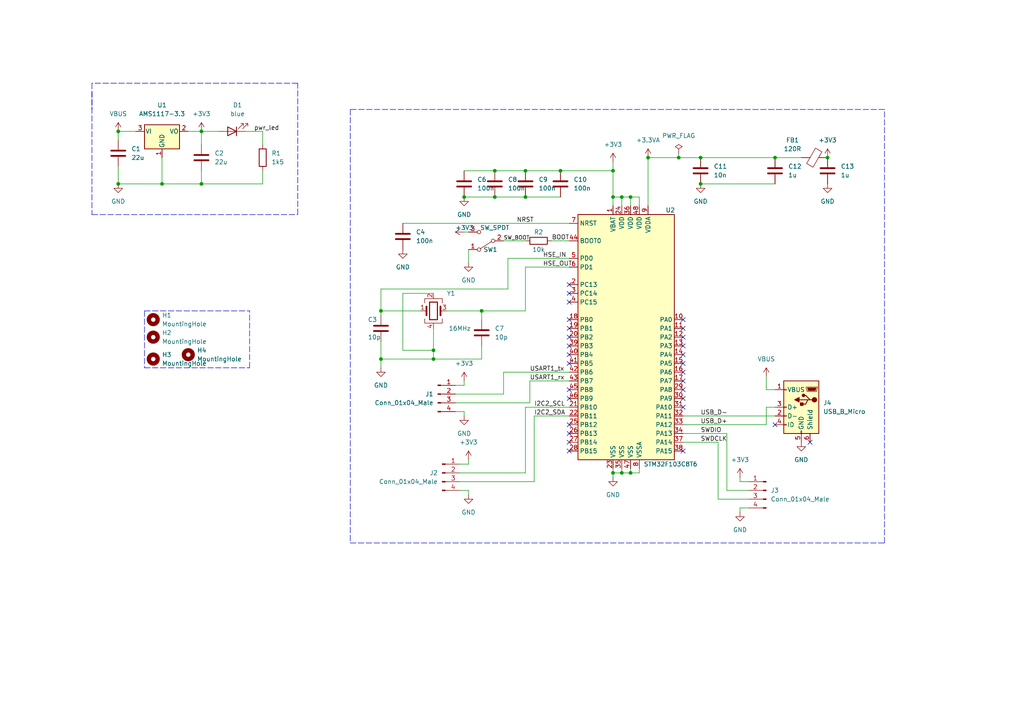
<source format=kicad_sch>
(kicad_sch (version 20211123) (generator eeschema)

  (uuid eed466bf-cd88-4860-9abf-41a594ca08bd)

  (paper "A4")

  (lib_symbols
    (symbol "Connector:Conn_01x04_Male" (pin_names (offset 1.016) hide) (in_bom yes) (on_board yes)
      (property "Reference" "J" (id 0) (at 0 5.08 0)
        (effects (font (size 1.27 1.27)))
      )
      (property "Value" "Conn_01x04_Male" (id 1) (at 0 -7.62 0)
        (effects (font (size 1.27 1.27)))
      )
      (property "Footprint" "" (id 2) (at 0 0 0)
        (effects (font (size 1.27 1.27)) hide)
      )
      (property "Datasheet" "~" (id 3) (at 0 0 0)
        (effects (font (size 1.27 1.27)) hide)
      )
      (property "ki_keywords" "connector" (id 4) (at 0 0 0)
        (effects (font (size 1.27 1.27)) hide)
      )
      (property "ki_description" "Generic connector, single row, 01x04, script generated (kicad-library-utils/schlib/autogen/connector/)" (id 5) (at 0 0 0)
        (effects (font (size 1.27 1.27)) hide)
      )
      (property "ki_fp_filters" "Connector*:*_1x??_*" (id 6) (at 0 0 0)
        (effects (font (size 1.27 1.27)) hide)
      )
      (symbol "Conn_01x04_Male_1_1"
        (polyline
          (pts
            (xy 1.27 -5.08)
            (xy 0.8636 -5.08)
          )
          (stroke (width 0.1524) (type default) (color 0 0 0 0))
          (fill (type none))
        )
        (polyline
          (pts
            (xy 1.27 -2.54)
            (xy 0.8636 -2.54)
          )
          (stroke (width 0.1524) (type default) (color 0 0 0 0))
          (fill (type none))
        )
        (polyline
          (pts
            (xy 1.27 0)
            (xy 0.8636 0)
          )
          (stroke (width 0.1524) (type default) (color 0 0 0 0))
          (fill (type none))
        )
        (polyline
          (pts
            (xy 1.27 2.54)
            (xy 0.8636 2.54)
          )
          (stroke (width 0.1524) (type default) (color 0 0 0 0))
          (fill (type none))
        )
        (rectangle (start 0.8636 -4.953) (end 0 -5.207)
          (stroke (width 0.1524) (type default) (color 0 0 0 0))
          (fill (type outline))
        )
        (rectangle (start 0.8636 -2.413) (end 0 -2.667)
          (stroke (width 0.1524) (type default) (color 0 0 0 0))
          (fill (type outline))
        )
        (rectangle (start 0.8636 0.127) (end 0 -0.127)
          (stroke (width 0.1524) (type default) (color 0 0 0 0))
          (fill (type outline))
        )
        (rectangle (start 0.8636 2.667) (end 0 2.413)
          (stroke (width 0.1524) (type default) (color 0 0 0 0))
          (fill (type outline))
        )
        (pin passive line (at 5.08 2.54 180) (length 3.81)
          (name "Pin_1" (effects (font (size 1.27 1.27))))
          (number "1" (effects (font (size 1.27 1.27))))
        )
        (pin passive line (at 5.08 0 180) (length 3.81)
          (name "Pin_2" (effects (font (size 1.27 1.27))))
          (number "2" (effects (font (size 1.27 1.27))))
        )
        (pin passive line (at 5.08 -2.54 180) (length 3.81)
          (name "Pin_3" (effects (font (size 1.27 1.27))))
          (number "3" (effects (font (size 1.27 1.27))))
        )
        (pin passive line (at 5.08 -5.08 180) (length 3.81)
          (name "Pin_4" (effects (font (size 1.27 1.27))))
          (number "4" (effects (font (size 1.27 1.27))))
        )
      )
    )
    (symbol "Connector:USB_B_Micro" (pin_names (offset 1.016)) (in_bom yes) (on_board yes)
      (property "Reference" "J" (id 0) (at -5.08 11.43 0)
        (effects (font (size 1.27 1.27)) (justify left))
      )
      (property "Value" "USB_B_Micro" (id 1) (at -5.08 8.89 0)
        (effects (font (size 1.27 1.27)) (justify left))
      )
      (property "Footprint" "" (id 2) (at 3.81 -1.27 0)
        (effects (font (size 1.27 1.27)) hide)
      )
      (property "Datasheet" "~" (id 3) (at 3.81 -1.27 0)
        (effects (font (size 1.27 1.27)) hide)
      )
      (property "ki_keywords" "connector USB micro" (id 4) (at 0 0 0)
        (effects (font (size 1.27 1.27)) hide)
      )
      (property "ki_description" "USB Micro Type B connector" (id 5) (at 0 0 0)
        (effects (font (size 1.27 1.27)) hide)
      )
      (property "ki_fp_filters" "USB*" (id 6) (at 0 0 0)
        (effects (font (size 1.27 1.27)) hide)
      )
      (symbol "USB_B_Micro_0_1"
        (rectangle (start -5.08 -7.62) (end 5.08 7.62)
          (stroke (width 0.254) (type default) (color 0 0 0 0))
          (fill (type background))
        )
        (circle (center -3.81 2.159) (radius 0.635)
          (stroke (width 0.254) (type default) (color 0 0 0 0))
          (fill (type outline))
        )
        (circle (center -0.635 3.429) (radius 0.381)
          (stroke (width 0.254) (type default) (color 0 0 0 0))
          (fill (type outline))
        )
        (rectangle (start -0.127 -7.62) (end 0.127 -6.858)
          (stroke (width 0) (type default) (color 0 0 0 0))
          (fill (type none))
        )
        (polyline
          (pts
            (xy -1.905 2.159)
            (xy 0.635 2.159)
          )
          (stroke (width 0.254) (type default) (color 0 0 0 0))
          (fill (type none))
        )
        (polyline
          (pts
            (xy -3.175 2.159)
            (xy -2.54 2.159)
            (xy -1.27 3.429)
            (xy -0.635 3.429)
          )
          (stroke (width 0.254) (type default) (color 0 0 0 0))
          (fill (type none))
        )
        (polyline
          (pts
            (xy -2.54 2.159)
            (xy -1.905 2.159)
            (xy -1.27 0.889)
            (xy 0 0.889)
          )
          (stroke (width 0.254) (type default) (color 0 0 0 0))
          (fill (type none))
        )
        (polyline
          (pts
            (xy 0.635 2.794)
            (xy 0.635 1.524)
            (xy 1.905 2.159)
            (xy 0.635 2.794)
          )
          (stroke (width 0.254) (type default) (color 0 0 0 0))
          (fill (type outline))
        )
        (polyline
          (pts
            (xy -4.318 5.588)
            (xy -1.778 5.588)
            (xy -2.032 4.826)
            (xy -4.064 4.826)
            (xy -4.318 5.588)
          )
          (stroke (width 0) (type default) (color 0 0 0 0))
          (fill (type outline))
        )
        (polyline
          (pts
            (xy -4.699 5.842)
            (xy -4.699 5.588)
            (xy -4.445 4.826)
            (xy -4.445 4.572)
            (xy -1.651 4.572)
            (xy -1.651 4.826)
            (xy -1.397 5.588)
            (xy -1.397 5.842)
            (xy -4.699 5.842)
          )
          (stroke (width 0) (type default) (color 0 0 0 0))
          (fill (type none))
        )
        (rectangle (start 0.254 1.27) (end -0.508 0.508)
          (stroke (width 0.254) (type default) (color 0 0 0 0))
          (fill (type outline))
        )
        (rectangle (start 5.08 -5.207) (end 4.318 -4.953)
          (stroke (width 0) (type default) (color 0 0 0 0))
          (fill (type none))
        )
        (rectangle (start 5.08 -2.667) (end 4.318 -2.413)
          (stroke (width 0) (type default) (color 0 0 0 0))
          (fill (type none))
        )
        (rectangle (start 5.08 -0.127) (end 4.318 0.127)
          (stroke (width 0) (type default) (color 0 0 0 0))
          (fill (type none))
        )
        (rectangle (start 5.08 4.953) (end 4.318 5.207)
          (stroke (width 0) (type default) (color 0 0 0 0))
          (fill (type none))
        )
      )
      (symbol "USB_B_Micro_1_1"
        (pin power_out line (at 7.62 5.08 180) (length 2.54)
          (name "VBUS" (effects (font (size 1.27 1.27))))
          (number "1" (effects (font (size 1.27 1.27))))
        )
        (pin bidirectional line (at 7.62 -2.54 180) (length 2.54)
          (name "D-" (effects (font (size 1.27 1.27))))
          (number "2" (effects (font (size 1.27 1.27))))
        )
        (pin bidirectional line (at 7.62 0 180) (length 2.54)
          (name "D+" (effects (font (size 1.27 1.27))))
          (number "3" (effects (font (size 1.27 1.27))))
        )
        (pin passive line (at 7.62 -5.08 180) (length 2.54)
          (name "ID" (effects (font (size 1.27 1.27))))
          (number "4" (effects (font (size 1.27 1.27))))
        )
        (pin power_out line (at 0 -10.16 90) (length 2.54)
          (name "GND" (effects (font (size 1.27 1.27))))
          (number "5" (effects (font (size 1.27 1.27))))
        )
        (pin passive line (at -2.54 -10.16 90) (length 2.54)
          (name "Shield" (effects (font (size 1.27 1.27))))
          (number "6" (effects (font (size 1.27 1.27))))
        )
      )
    )
    (symbol "Device:C" (pin_numbers hide) (pin_names (offset 0.254)) (in_bom yes) (on_board yes)
      (property "Reference" "C" (id 0) (at 0.635 2.54 0)
        (effects (font (size 1.27 1.27)) (justify left))
      )
      (property "Value" "C" (id 1) (at 0.635 -2.54 0)
        (effects (font (size 1.27 1.27)) (justify left))
      )
      (property "Footprint" "" (id 2) (at 0.9652 -3.81 0)
        (effects (font (size 1.27 1.27)) hide)
      )
      (property "Datasheet" "~" (id 3) (at 0 0 0)
        (effects (font (size 1.27 1.27)) hide)
      )
      (property "ki_keywords" "cap capacitor" (id 4) (at 0 0 0)
        (effects (font (size 1.27 1.27)) hide)
      )
      (property "ki_description" "Unpolarized capacitor" (id 5) (at 0 0 0)
        (effects (font (size 1.27 1.27)) hide)
      )
      (property "ki_fp_filters" "C_*" (id 6) (at 0 0 0)
        (effects (font (size 1.27 1.27)) hide)
      )
      (symbol "C_0_1"
        (polyline
          (pts
            (xy -2.032 -0.762)
            (xy 2.032 -0.762)
          )
          (stroke (width 0.508) (type default) (color 0 0 0 0))
          (fill (type none))
        )
        (polyline
          (pts
            (xy -2.032 0.762)
            (xy 2.032 0.762)
          )
          (stroke (width 0.508) (type default) (color 0 0 0 0))
          (fill (type none))
        )
      )
      (symbol "C_1_1"
        (pin passive line (at 0 3.81 270) (length 2.794)
          (name "~" (effects (font (size 1.27 1.27))))
          (number "1" (effects (font (size 1.27 1.27))))
        )
        (pin passive line (at 0 -3.81 90) (length 2.794)
          (name "~" (effects (font (size 1.27 1.27))))
          (number "2" (effects (font (size 1.27 1.27))))
        )
      )
    )
    (symbol "Device:Crystal_GND24" (pin_names (offset 1.016) hide) (in_bom yes) (on_board yes)
      (property "Reference" "Y" (id 0) (at 3.175 5.08 0)
        (effects (font (size 1.27 1.27)) (justify left))
      )
      (property "Value" "Crystal_GND24" (id 1) (at 3.175 3.175 0)
        (effects (font (size 1.27 1.27)) (justify left))
      )
      (property "Footprint" "" (id 2) (at 0 0 0)
        (effects (font (size 1.27 1.27)) hide)
      )
      (property "Datasheet" "~" (id 3) (at 0 0 0)
        (effects (font (size 1.27 1.27)) hide)
      )
      (property "ki_keywords" "quartz ceramic resonator oscillator" (id 4) (at 0 0 0)
        (effects (font (size 1.27 1.27)) hide)
      )
      (property "ki_description" "Four pin crystal, GND on pins 2 and 4" (id 5) (at 0 0 0)
        (effects (font (size 1.27 1.27)) hide)
      )
      (property "ki_fp_filters" "Crystal*" (id 6) (at 0 0 0)
        (effects (font (size 1.27 1.27)) hide)
      )
      (symbol "Crystal_GND24_0_1"
        (rectangle (start -1.143 2.54) (end 1.143 -2.54)
          (stroke (width 0.3048) (type default) (color 0 0 0 0))
          (fill (type none))
        )
        (polyline
          (pts
            (xy -2.54 0)
            (xy -2.032 0)
          )
          (stroke (width 0) (type default) (color 0 0 0 0))
          (fill (type none))
        )
        (polyline
          (pts
            (xy -2.032 -1.27)
            (xy -2.032 1.27)
          )
          (stroke (width 0.508) (type default) (color 0 0 0 0))
          (fill (type none))
        )
        (polyline
          (pts
            (xy 0 -3.81)
            (xy 0 -3.556)
          )
          (stroke (width 0) (type default) (color 0 0 0 0))
          (fill (type none))
        )
        (polyline
          (pts
            (xy 0 3.556)
            (xy 0 3.81)
          )
          (stroke (width 0) (type default) (color 0 0 0 0))
          (fill (type none))
        )
        (polyline
          (pts
            (xy 2.032 -1.27)
            (xy 2.032 1.27)
          )
          (stroke (width 0.508) (type default) (color 0 0 0 0))
          (fill (type none))
        )
        (polyline
          (pts
            (xy 2.032 0)
            (xy 2.54 0)
          )
          (stroke (width 0) (type default) (color 0 0 0 0))
          (fill (type none))
        )
        (polyline
          (pts
            (xy -2.54 -2.286)
            (xy -2.54 -3.556)
            (xy 2.54 -3.556)
            (xy 2.54 -2.286)
          )
          (stroke (width 0) (type default) (color 0 0 0 0))
          (fill (type none))
        )
        (polyline
          (pts
            (xy -2.54 2.286)
            (xy -2.54 3.556)
            (xy 2.54 3.556)
            (xy 2.54 2.286)
          )
          (stroke (width 0) (type default) (color 0 0 0 0))
          (fill (type none))
        )
      )
      (symbol "Crystal_GND24_1_1"
        (pin passive line (at -3.81 0 0) (length 1.27)
          (name "1" (effects (font (size 1.27 1.27))))
          (number "1" (effects (font (size 1.27 1.27))))
        )
        (pin passive line (at 0 5.08 270) (length 1.27)
          (name "2" (effects (font (size 1.27 1.27))))
          (number "2" (effects (font (size 1.27 1.27))))
        )
        (pin passive line (at 3.81 0 180) (length 1.27)
          (name "3" (effects (font (size 1.27 1.27))))
          (number "3" (effects (font (size 1.27 1.27))))
        )
        (pin passive line (at 0 -5.08 90) (length 1.27)
          (name "4" (effects (font (size 1.27 1.27))))
          (number "4" (effects (font (size 1.27 1.27))))
        )
      )
    )
    (symbol "Device:FerriteBead" (pin_numbers hide) (pin_names (offset 0)) (in_bom yes) (on_board yes)
      (property "Reference" "FB" (id 0) (at -3.81 0.635 90)
        (effects (font (size 1.27 1.27)))
      )
      (property "Value" "FerriteBead" (id 1) (at 3.81 0 90)
        (effects (font (size 1.27 1.27)))
      )
      (property "Footprint" "" (id 2) (at -1.778 0 90)
        (effects (font (size 1.27 1.27)) hide)
      )
      (property "Datasheet" "~" (id 3) (at 0 0 0)
        (effects (font (size 1.27 1.27)) hide)
      )
      (property "ki_keywords" "L ferrite bead inductor filter" (id 4) (at 0 0 0)
        (effects (font (size 1.27 1.27)) hide)
      )
      (property "ki_description" "Ferrite bead" (id 5) (at 0 0 0)
        (effects (font (size 1.27 1.27)) hide)
      )
      (property "ki_fp_filters" "Inductor_* L_* *Ferrite*" (id 6) (at 0 0 0)
        (effects (font (size 1.27 1.27)) hide)
      )
      (symbol "FerriteBead_0_1"
        (polyline
          (pts
            (xy 0 -1.27)
            (xy 0 -1.2192)
          )
          (stroke (width 0) (type default) (color 0 0 0 0))
          (fill (type none))
        )
        (polyline
          (pts
            (xy 0 1.27)
            (xy 0 1.2954)
          )
          (stroke (width 0) (type default) (color 0 0 0 0))
          (fill (type none))
        )
        (polyline
          (pts
            (xy -2.7686 0.4064)
            (xy -1.7018 2.2606)
            (xy 2.7686 -0.3048)
            (xy 1.6764 -2.159)
            (xy -2.7686 0.4064)
          )
          (stroke (width 0) (type default) (color 0 0 0 0))
          (fill (type none))
        )
      )
      (symbol "FerriteBead_1_1"
        (pin passive line (at 0 3.81 270) (length 2.54)
          (name "~" (effects (font (size 1.27 1.27))))
          (number "1" (effects (font (size 1.27 1.27))))
        )
        (pin passive line (at 0 -3.81 90) (length 2.54)
          (name "~" (effects (font (size 1.27 1.27))))
          (number "2" (effects (font (size 1.27 1.27))))
        )
      )
    )
    (symbol "Device:LED" (pin_numbers hide) (pin_names (offset 1.016) hide) (in_bom yes) (on_board yes)
      (property "Reference" "D" (id 0) (at 0 2.54 0)
        (effects (font (size 1.27 1.27)))
      )
      (property "Value" "LED" (id 1) (at 0 -2.54 0)
        (effects (font (size 1.27 1.27)))
      )
      (property "Footprint" "" (id 2) (at 0 0 0)
        (effects (font (size 1.27 1.27)) hide)
      )
      (property "Datasheet" "~" (id 3) (at 0 0 0)
        (effects (font (size 1.27 1.27)) hide)
      )
      (property "ki_keywords" "LED diode" (id 4) (at 0 0 0)
        (effects (font (size 1.27 1.27)) hide)
      )
      (property "ki_description" "Light emitting diode" (id 5) (at 0 0 0)
        (effects (font (size 1.27 1.27)) hide)
      )
      (property "ki_fp_filters" "LED* LED_SMD:* LED_THT:*" (id 6) (at 0 0 0)
        (effects (font (size 1.27 1.27)) hide)
      )
      (symbol "LED_0_1"
        (polyline
          (pts
            (xy -1.27 -1.27)
            (xy -1.27 1.27)
          )
          (stroke (width 0.254) (type default) (color 0 0 0 0))
          (fill (type none))
        )
        (polyline
          (pts
            (xy -1.27 0)
            (xy 1.27 0)
          )
          (stroke (width 0) (type default) (color 0 0 0 0))
          (fill (type none))
        )
        (polyline
          (pts
            (xy 1.27 -1.27)
            (xy 1.27 1.27)
            (xy -1.27 0)
            (xy 1.27 -1.27)
          )
          (stroke (width 0.254) (type default) (color 0 0 0 0))
          (fill (type none))
        )
        (polyline
          (pts
            (xy -3.048 -0.762)
            (xy -4.572 -2.286)
            (xy -3.81 -2.286)
            (xy -4.572 -2.286)
            (xy -4.572 -1.524)
          )
          (stroke (width 0) (type default) (color 0 0 0 0))
          (fill (type none))
        )
        (polyline
          (pts
            (xy -1.778 -0.762)
            (xy -3.302 -2.286)
            (xy -2.54 -2.286)
            (xy -3.302 -2.286)
            (xy -3.302 -1.524)
          )
          (stroke (width 0) (type default) (color 0 0 0 0))
          (fill (type none))
        )
      )
      (symbol "LED_1_1"
        (pin passive line (at -3.81 0 0) (length 2.54)
          (name "K" (effects (font (size 1.27 1.27))))
          (number "1" (effects (font (size 1.27 1.27))))
        )
        (pin passive line (at 3.81 0 180) (length 2.54)
          (name "A" (effects (font (size 1.27 1.27))))
          (number "2" (effects (font (size 1.27 1.27))))
        )
      )
    )
    (symbol "Device:R" (pin_numbers hide) (pin_names (offset 0)) (in_bom yes) (on_board yes)
      (property "Reference" "R" (id 0) (at 2.032 0 90)
        (effects (font (size 1.27 1.27)))
      )
      (property "Value" "R" (id 1) (at 0 0 90)
        (effects (font (size 1.27 1.27)))
      )
      (property "Footprint" "" (id 2) (at -1.778 0 90)
        (effects (font (size 1.27 1.27)) hide)
      )
      (property "Datasheet" "~" (id 3) (at 0 0 0)
        (effects (font (size 1.27 1.27)) hide)
      )
      (property "ki_keywords" "R res resistor" (id 4) (at 0 0 0)
        (effects (font (size 1.27 1.27)) hide)
      )
      (property "ki_description" "Resistor" (id 5) (at 0 0 0)
        (effects (font (size 1.27 1.27)) hide)
      )
      (property "ki_fp_filters" "R_*" (id 6) (at 0 0 0)
        (effects (font (size 1.27 1.27)) hide)
      )
      (symbol "R_0_1"
        (rectangle (start -1.016 -2.54) (end 1.016 2.54)
          (stroke (width 0.254) (type default) (color 0 0 0 0))
          (fill (type none))
        )
      )
      (symbol "R_1_1"
        (pin passive line (at 0 3.81 270) (length 1.27)
          (name "~" (effects (font (size 1.27 1.27))))
          (number "1" (effects (font (size 1.27 1.27))))
        )
        (pin passive line (at 0 -3.81 90) (length 1.27)
          (name "~" (effects (font (size 1.27 1.27))))
          (number "2" (effects (font (size 1.27 1.27))))
        )
      )
    )
    (symbol "MCU_ST_STM32F1:STM32F103C8Tx" (in_bom yes) (on_board yes)
      (property "Reference" "U" (id 0) (at -15.24 36.83 0)
        (effects (font (size 1.27 1.27)) (justify left))
      )
      (property "Value" "STM32F103C8Tx" (id 1) (at 7.62 36.83 0)
        (effects (font (size 1.27 1.27)) (justify left))
      )
      (property "Footprint" "Package_QFP:LQFP-48_7x7mm_P0.5mm" (id 2) (at -15.24 -35.56 0)
        (effects (font (size 1.27 1.27)) (justify right) hide)
      )
      (property "Datasheet" "http://www.st.com/st-web-ui/static/active/en/resource/technical/document/datasheet/CD00161566.pdf" (id 3) (at 0 0 0)
        (effects (font (size 1.27 1.27)) hide)
      )
      (property "ki_keywords" "ARM Cortex-M3 STM32F1 STM32F103" (id 4) (at 0 0 0)
        (effects (font (size 1.27 1.27)) hide)
      )
      (property "ki_description" "ARM Cortex-M3 MCU, 64KB flash, 20KB RAM, 72MHz, 2-3.6V, 37 GPIO, LQFP-48" (id 5) (at 0 0 0)
        (effects (font (size 1.27 1.27)) hide)
      )
      (property "ki_fp_filters" "LQFP*7x7mm*P0.5mm*" (id 6) (at 0 0 0)
        (effects (font (size 1.27 1.27)) hide)
      )
      (symbol "STM32F103C8Tx_0_1"
        (rectangle (start -15.24 -35.56) (end 12.7 35.56)
          (stroke (width 0.254) (type default) (color 0 0 0 0))
          (fill (type background))
        )
      )
      (symbol "STM32F103C8Tx_1_1"
        (pin power_in line (at -5.08 38.1 270) (length 2.54)
          (name "VBAT" (effects (font (size 1.27 1.27))))
          (number "1" (effects (font (size 1.27 1.27))))
        )
        (pin bidirectional line (at 15.24 5.08 180) (length 2.54)
          (name "PA0" (effects (font (size 1.27 1.27))))
          (number "10" (effects (font (size 1.27 1.27))))
        )
        (pin bidirectional line (at 15.24 2.54 180) (length 2.54)
          (name "PA1" (effects (font (size 1.27 1.27))))
          (number "11" (effects (font (size 1.27 1.27))))
        )
        (pin bidirectional line (at 15.24 0 180) (length 2.54)
          (name "PA2" (effects (font (size 1.27 1.27))))
          (number "12" (effects (font (size 1.27 1.27))))
        )
        (pin bidirectional line (at 15.24 -2.54 180) (length 2.54)
          (name "PA3" (effects (font (size 1.27 1.27))))
          (number "13" (effects (font (size 1.27 1.27))))
        )
        (pin bidirectional line (at 15.24 -5.08 180) (length 2.54)
          (name "PA4" (effects (font (size 1.27 1.27))))
          (number "14" (effects (font (size 1.27 1.27))))
        )
        (pin bidirectional line (at 15.24 -7.62 180) (length 2.54)
          (name "PA5" (effects (font (size 1.27 1.27))))
          (number "15" (effects (font (size 1.27 1.27))))
        )
        (pin bidirectional line (at 15.24 -10.16 180) (length 2.54)
          (name "PA6" (effects (font (size 1.27 1.27))))
          (number "16" (effects (font (size 1.27 1.27))))
        )
        (pin bidirectional line (at 15.24 -12.7 180) (length 2.54)
          (name "PA7" (effects (font (size 1.27 1.27))))
          (number "17" (effects (font (size 1.27 1.27))))
        )
        (pin bidirectional line (at -17.78 5.08 0) (length 2.54)
          (name "PB0" (effects (font (size 1.27 1.27))))
          (number "18" (effects (font (size 1.27 1.27))))
        )
        (pin bidirectional line (at -17.78 2.54 0) (length 2.54)
          (name "PB1" (effects (font (size 1.27 1.27))))
          (number "19" (effects (font (size 1.27 1.27))))
        )
        (pin bidirectional line (at -17.78 15.24 0) (length 2.54)
          (name "PC13" (effects (font (size 1.27 1.27))))
          (number "2" (effects (font (size 1.27 1.27))))
        )
        (pin bidirectional line (at -17.78 0 0) (length 2.54)
          (name "PB2" (effects (font (size 1.27 1.27))))
          (number "20" (effects (font (size 1.27 1.27))))
        )
        (pin bidirectional line (at -17.78 -20.32 0) (length 2.54)
          (name "PB10" (effects (font (size 1.27 1.27))))
          (number "21" (effects (font (size 1.27 1.27))))
        )
        (pin bidirectional line (at -17.78 -22.86 0) (length 2.54)
          (name "PB11" (effects (font (size 1.27 1.27))))
          (number "22" (effects (font (size 1.27 1.27))))
        )
        (pin power_in line (at -5.08 -38.1 90) (length 2.54)
          (name "VSS" (effects (font (size 1.27 1.27))))
          (number "23" (effects (font (size 1.27 1.27))))
        )
        (pin power_in line (at -2.54 38.1 270) (length 2.54)
          (name "VDD" (effects (font (size 1.27 1.27))))
          (number "24" (effects (font (size 1.27 1.27))))
        )
        (pin bidirectional line (at -17.78 -25.4 0) (length 2.54)
          (name "PB12" (effects (font (size 1.27 1.27))))
          (number "25" (effects (font (size 1.27 1.27))))
        )
        (pin bidirectional line (at -17.78 -27.94 0) (length 2.54)
          (name "PB13" (effects (font (size 1.27 1.27))))
          (number "26" (effects (font (size 1.27 1.27))))
        )
        (pin bidirectional line (at -17.78 -30.48 0) (length 2.54)
          (name "PB14" (effects (font (size 1.27 1.27))))
          (number "27" (effects (font (size 1.27 1.27))))
        )
        (pin bidirectional line (at -17.78 -33.02 0) (length 2.54)
          (name "PB15" (effects (font (size 1.27 1.27))))
          (number "28" (effects (font (size 1.27 1.27))))
        )
        (pin bidirectional line (at 15.24 -15.24 180) (length 2.54)
          (name "PA8" (effects (font (size 1.27 1.27))))
          (number "29" (effects (font (size 1.27 1.27))))
        )
        (pin bidirectional line (at -17.78 12.7 0) (length 2.54)
          (name "PC14" (effects (font (size 1.27 1.27))))
          (number "3" (effects (font (size 1.27 1.27))))
        )
        (pin bidirectional line (at 15.24 -17.78 180) (length 2.54)
          (name "PA9" (effects (font (size 1.27 1.27))))
          (number "30" (effects (font (size 1.27 1.27))))
        )
        (pin bidirectional line (at 15.24 -20.32 180) (length 2.54)
          (name "PA10" (effects (font (size 1.27 1.27))))
          (number "31" (effects (font (size 1.27 1.27))))
        )
        (pin bidirectional line (at 15.24 -22.86 180) (length 2.54)
          (name "PA11" (effects (font (size 1.27 1.27))))
          (number "32" (effects (font (size 1.27 1.27))))
        )
        (pin bidirectional line (at 15.24 -25.4 180) (length 2.54)
          (name "PA12" (effects (font (size 1.27 1.27))))
          (number "33" (effects (font (size 1.27 1.27))))
        )
        (pin bidirectional line (at 15.24 -27.94 180) (length 2.54)
          (name "PA13" (effects (font (size 1.27 1.27))))
          (number "34" (effects (font (size 1.27 1.27))))
        )
        (pin power_in line (at -2.54 -38.1 90) (length 2.54)
          (name "VSS" (effects (font (size 1.27 1.27))))
          (number "35" (effects (font (size 1.27 1.27))))
        )
        (pin power_in line (at 0 38.1 270) (length 2.54)
          (name "VDD" (effects (font (size 1.27 1.27))))
          (number "36" (effects (font (size 1.27 1.27))))
        )
        (pin bidirectional line (at 15.24 -30.48 180) (length 2.54)
          (name "PA14" (effects (font (size 1.27 1.27))))
          (number "37" (effects (font (size 1.27 1.27))))
        )
        (pin bidirectional line (at 15.24 -33.02 180) (length 2.54)
          (name "PA15" (effects (font (size 1.27 1.27))))
          (number "38" (effects (font (size 1.27 1.27))))
        )
        (pin bidirectional line (at -17.78 -2.54 0) (length 2.54)
          (name "PB3" (effects (font (size 1.27 1.27))))
          (number "39" (effects (font (size 1.27 1.27))))
        )
        (pin bidirectional line (at -17.78 10.16 0) (length 2.54)
          (name "PC15" (effects (font (size 1.27 1.27))))
          (number "4" (effects (font (size 1.27 1.27))))
        )
        (pin bidirectional line (at -17.78 -5.08 0) (length 2.54)
          (name "PB4" (effects (font (size 1.27 1.27))))
          (number "40" (effects (font (size 1.27 1.27))))
        )
        (pin bidirectional line (at -17.78 -7.62 0) (length 2.54)
          (name "PB5" (effects (font (size 1.27 1.27))))
          (number "41" (effects (font (size 1.27 1.27))))
        )
        (pin bidirectional line (at -17.78 -10.16 0) (length 2.54)
          (name "PB6" (effects (font (size 1.27 1.27))))
          (number "42" (effects (font (size 1.27 1.27))))
        )
        (pin bidirectional line (at -17.78 -12.7 0) (length 2.54)
          (name "PB7" (effects (font (size 1.27 1.27))))
          (number "43" (effects (font (size 1.27 1.27))))
        )
        (pin input line (at -17.78 27.94 0) (length 2.54)
          (name "BOOT0" (effects (font (size 1.27 1.27))))
          (number "44" (effects (font (size 1.27 1.27))))
        )
        (pin bidirectional line (at -17.78 -15.24 0) (length 2.54)
          (name "PB8" (effects (font (size 1.27 1.27))))
          (number "45" (effects (font (size 1.27 1.27))))
        )
        (pin bidirectional line (at -17.78 -17.78 0) (length 2.54)
          (name "PB9" (effects (font (size 1.27 1.27))))
          (number "46" (effects (font (size 1.27 1.27))))
        )
        (pin power_in line (at 0 -38.1 90) (length 2.54)
          (name "VSS" (effects (font (size 1.27 1.27))))
          (number "47" (effects (font (size 1.27 1.27))))
        )
        (pin power_in line (at 2.54 38.1 270) (length 2.54)
          (name "VDD" (effects (font (size 1.27 1.27))))
          (number "48" (effects (font (size 1.27 1.27))))
        )
        (pin input line (at -17.78 22.86 0) (length 2.54)
          (name "PD0" (effects (font (size 1.27 1.27))))
          (number "5" (effects (font (size 1.27 1.27))))
        )
        (pin input line (at -17.78 20.32 0) (length 2.54)
          (name "PD1" (effects (font (size 1.27 1.27))))
          (number "6" (effects (font (size 1.27 1.27))))
        )
        (pin input line (at -17.78 33.02 0) (length 2.54)
          (name "NRST" (effects (font (size 1.27 1.27))))
          (number "7" (effects (font (size 1.27 1.27))))
        )
        (pin power_in line (at 2.54 -38.1 90) (length 2.54)
          (name "VSSA" (effects (font (size 1.27 1.27))))
          (number "8" (effects (font (size 1.27 1.27))))
        )
        (pin power_in line (at 5.08 38.1 270) (length 2.54)
          (name "VDDA" (effects (font (size 1.27 1.27))))
          (number "9" (effects (font (size 1.27 1.27))))
        )
      )
    )
    (symbol "Mechanical:MountingHole" (pin_names (offset 1.016)) (in_bom yes) (on_board yes)
      (property "Reference" "H" (id 0) (at 0 5.08 0)
        (effects (font (size 1.27 1.27)))
      )
      (property "Value" "MountingHole" (id 1) (at 0 3.175 0)
        (effects (font (size 1.27 1.27)))
      )
      (property "Footprint" "" (id 2) (at 0 0 0)
        (effects (font (size 1.27 1.27)) hide)
      )
      (property "Datasheet" "~" (id 3) (at 0 0 0)
        (effects (font (size 1.27 1.27)) hide)
      )
      (property "ki_keywords" "mounting hole" (id 4) (at 0 0 0)
        (effects (font (size 1.27 1.27)) hide)
      )
      (property "ki_description" "Mounting Hole without connection" (id 5) (at 0 0 0)
        (effects (font (size 1.27 1.27)) hide)
      )
      (property "ki_fp_filters" "MountingHole*" (id 6) (at 0 0 0)
        (effects (font (size 1.27 1.27)) hide)
      )
      (symbol "MountingHole_0_1"
        (circle (center 0 0) (radius 1.27)
          (stroke (width 1.27) (type default) (color 0 0 0 0))
          (fill (type none))
        )
      )
    )
    (symbol "Regulator_Linear:AMS1117-3.3" (pin_names (offset 0.254)) (in_bom yes) (on_board yes)
      (property "Reference" "U" (id 0) (at -3.81 3.175 0)
        (effects (font (size 1.27 1.27)))
      )
      (property "Value" "AMS1117-3.3" (id 1) (at 0 3.175 0)
        (effects (font (size 1.27 1.27)) (justify left))
      )
      (property "Footprint" "Package_TO_SOT_SMD:SOT-223-3_TabPin2" (id 2) (at 0 5.08 0)
        (effects (font (size 1.27 1.27)) hide)
      )
      (property "Datasheet" "http://www.advanced-monolithic.com/pdf/ds1117.pdf" (id 3) (at 2.54 -6.35 0)
        (effects (font (size 1.27 1.27)) hide)
      )
      (property "ki_keywords" "linear regulator ldo fixed positive" (id 4) (at 0 0 0)
        (effects (font (size 1.27 1.27)) hide)
      )
      (property "ki_description" "1A Low Dropout regulator, positive, 3.3V fixed output, SOT-223" (id 5) (at 0 0 0)
        (effects (font (size 1.27 1.27)) hide)
      )
      (property "ki_fp_filters" "SOT?223*TabPin2*" (id 6) (at 0 0 0)
        (effects (font (size 1.27 1.27)) hide)
      )
      (symbol "AMS1117-3.3_0_1"
        (rectangle (start -5.08 -5.08) (end 5.08 1.905)
          (stroke (width 0.254) (type default) (color 0 0 0 0))
          (fill (type background))
        )
      )
      (symbol "AMS1117-3.3_1_1"
        (pin power_in line (at 0 -7.62 90) (length 2.54)
          (name "GND" (effects (font (size 1.27 1.27))))
          (number "1" (effects (font (size 1.27 1.27))))
        )
        (pin power_out line (at 7.62 0 180) (length 2.54)
          (name "VO" (effects (font (size 1.27 1.27))))
          (number "2" (effects (font (size 1.27 1.27))))
        )
        (pin power_in line (at -7.62 0 0) (length 2.54)
          (name "VI" (effects (font (size 1.27 1.27))))
          (number "3" (effects (font (size 1.27 1.27))))
        )
      )
    )
    (symbol "Switch:SW_SPDT" (pin_names (offset 0) hide) (in_bom yes) (on_board yes)
      (property "Reference" "SW" (id 0) (at 0 4.318 0)
        (effects (font (size 1.27 1.27)))
      )
      (property "Value" "SW_SPDT" (id 1) (at 0 -5.08 0)
        (effects (font (size 1.27 1.27)))
      )
      (property "Footprint" "" (id 2) (at 0 0 0)
        (effects (font (size 1.27 1.27)) hide)
      )
      (property "Datasheet" "~" (id 3) (at 0 0 0)
        (effects (font (size 1.27 1.27)) hide)
      )
      (property "ki_keywords" "switch single-pole double-throw spdt ON-ON" (id 4) (at 0 0 0)
        (effects (font (size 1.27 1.27)) hide)
      )
      (property "ki_description" "Switch, single pole double throw" (id 5) (at 0 0 0)
        (effects (font (size 1.27 1.27)) hide)
      )
      (symbol "SW_SPDT_0_0"
        (circle (center -2.032 0) (radius 0.508)
          (stroke (width 0) (type default) (color 0 0 0 0))
          (fill (type none))
        )
        (circle (center 2.032 -2.54) (radius 0.508)
          (stroke (width 0) (type default) (color 0 0 0 0))
          (fill (type none))
        )
      )
      (symbol "SW_SPDT_0_1"
        (polyline
          (pts
            (xy -1.524 0.254)
            (xy 1.651 2.286)
          )
          (stroke (width 0) (type default) (color 0 0 0 0))
          (fill (type none))
        )
        (circle (center 2.032 2.54) (radius 0.508)
          (stroke (width 0) (type default) (color 0 0 0 0))
          (fill (type none))
        )
      )
      (symbol "SW_SPDT_1_1"
        (pin passive line (at 5.08 2.54 180) (length 2.54)
          (name "A" (effects (font (size 1.27 1.27))))
          (number "1" (effects (font (size 1.27 1.27))))
        )
        (pin passive line (at -5.08 0 0) (length 2.54)
          (name "B" (effects (font (size 1.27 1.27))))
          (number "2" (effects (font (size 1.27 1.27))))
        )
        (pin passive line (at 5.08 -2.54 180) (length 2.54)
          (name "C" (effects (font (size 1.27 1.27))))
          (number "3" (effects (font (size 1.27 1.27))))
        )
      )
    )
    (symbol "power:+3.3V" (power) (pin_names (offset 0)) (in_bom yes) (on_board yes)
      (property "Reference" "#PWR" (id 0) (at 0 -3.81 0)
        (effects (font (size 1.27 1.27)) hide)
      )
      (property "Value" "+3.3V" (id 1) (at 0 3.556 0)
        (effects (font (size 1.27 1.27)))
      )
      (property "Footprint" "" (id 2) (at 0 0 0)
        (effects (font (size 1.27 1.27)) hide)
      )
      (property "Datasheet" "" (id 3) (at 0 0 0)
        (effects (font (size 1.27 1.27)) hide)
      )
      (property "ki_keywords" "power-flag" (id 4) (at 0 0 0)
        (effects (font (size 1.27 1.27)) hide)
      )
      (property "ki_description" "Power symbol creates a global label with name \"+3.3V\"" (id 5) (at 0 0 0)
        (effects (font (size 1.27 1.27)) hide)
      )
      (symbol "+3.3V_0_1"
        (polyline
          (pts
            (xy -0.762 1.27)
            (xy 0 2.54)
          )
          (stroke (width 0) (type default) (color 0 0 0 0))
          (fill (type none))
        )
        (polyline
          (pts
            (xy 0 0)
            (xy 0 2.54)
          )
          (stroke (width 0) (type default) (color 0 0 0 0))
          (fill (type none))
        )
        (polyline
          (pts
            (xy 0 2.54)
            (xy 0.762 1.27)
          )
          (stroke (width 0) (type default) (color 0 0 0 0))
          (fill (type none))
        )
      )
      (symbol "+3.3V_1_1"
        (pin power_in line (at 0 0 90) (length 0) hide
          (name "+3V3" (effects (font (size 1.27 1.27))))
          (number "1" (effects (font (size 1.27 1.27))))
        )
      )
    )
    (symbol "power:+3.3VA" (power) (pin_names (offset 0)) (in_bom yes) (on_board yes)
      (property "Reference" "#PWR" (id 0) (at 0 -3.81 0)
        (effects (font (size 1.27 1.27)) hide)
      )
      (property "Value" "+3.3VA" (id 1) (at 0 3.556 0)
        (effects (font (size 1.27 1.27)))
      )
      (property "Footprint" "" (id 2) (at 0 0 0)
        (effects (font (size 1.27 1.27)) hide)
      )
      (property "Datasheet" "" (id 3) (at 0 0 0)
        (effects (font (size 1.27 1.27)) hide)
      )
      (property "ki_keywords" "power-flag" (id 4) (at 0 0 0)
        (effects (font (size 1.27 1.27)) hide)
      )
      (property "ki_description" "Power symbol creates a global label with name \"+3.3VA\"" (id 5) (at 0 0 0)
        (effects (font (size 1.27 1.27)) hide)
      )
      (symbol "+3.3VA_0_1"
        (polyline
          (pts
            (xy -0.762 1.27)
            (xy 0 2.54)
          )
          (stroke (width 0) (type default) (color 0 0 0 0))
          (fill (type none))
        )
        (polyline
          (pts
            (xy 0 0)
            (xy 0 2.54)
          )
          (stroke (width 0) (type default) (color 0 0 0 0))
          (fill (type none))
        )
        (polyline
          (pts
            (xy 0 2.54)
            (xy 0.762 1.27)
          )
          (stroke (width 0) (type default) (color 0 0 0 0))
          (fill (type none))
        )
      )
      (symbol "+3.3VA_1_1"
        (pin power_in line (at 0 0 90) (length 0) hide
          (name "+3.3VA" (effects (font (size 1.27 1.27))))
          (number "1" (effects (font (size 1.27 1.27))))
        )
      )
    )
    (symbol "power:GND" (power) (pin_names (offset 0)) (in_bom yes) (on_board yes)
      (property "Reference" "#PWR" (id 0) (at 0 -6.35 0)
        (effects (font (size 1.27 1.27)) hide)
      )
      (property "Value" "GND" (id 1) (at 0 -3.81 0)
        (effects (font (size 1.27 1.27)))
      )
      (property "Footprint" "" (id 2) (at 0 0 0)
        (effects (font (size 1.27 1.27)) hide)
      )
      (property "Datasheet" "" (id 3) (at 0 0 0)
        (effects (font (size 1.27 1.27)) hide)
      )
      (property "ki_keywords" "power-flag" (id 4) (at 0 0 0)
        (effects (font (size 1.27 1.27)) hide)
      )
      (property "ki_description" "Power symbol creates a global label with name \"GND\" , ground" (id 5) (at 0 0 0)
        (effects (font (size 1.27 1.27)) hide)
      )
      (symbol "GND_0_1"
        (polyline
          (pts
            (xy 0 0)
            (xy 0 -1.27)
            (xy 1.27 -1.27)
            (xy 0 -2.54)
            (xy -1.27 -1.27)
            (xy 0 -1.27)
          )
          (stroke (width 0) (type default) (color 0 0 0 0))
          (fill (type none))
        )
      )
      (symbol "GND_1_1"
        (pin power_in line (at 0 0 270) (length 0) hide
          (name "GND" (effects (font (size 1.27 1.27))))
          (number "1" (effects (font (size 1.27 1.27))))
        )
      )
    )
    (symbol "power:PWR_FLAG" (power) (pin_numbers hide) (pin_names (offset 0) hide) (in_bom yes) (on_board yes)
      (property "Reference" "#FLG" (id 0) (at 0 1.905 0)
        (effects (font (size 1.27 1.27)) hide)
      )
      (property "Value" "PWR_FLAG" (id 1) (at 0 3.81 0)
        (effects (font (size 1.27 1.27)))
      )
      (property "Footprint" "" (id 2) (at 0 0 0)
        (effects (font (size 1.27 1.27)) hide)
      )
      (property "Datasheet" "~" (id 3) (at 0 0 0)
        (effects (font (size 1.27 1.27)) hide)
      )
      (property "ki_keywords" "power-flag" (id 4) (at 0 0 0)
        (effects (font (size 1.27 1.27)) hide)
      )
      (property "ki_description" "Special symbol for telling ERC where power comes from" (id 5) (at 0 0 0)
        (effects (font (size 1.27 1.27)) hide)
      )
      (symbol "PWR_FLAG_0_0"
        (pin power_out line (at 0 0 90) (length 0)
          (name "pwr" (effects (font (size 1.27 1.27))))
          (number "1" (effects (font (size 1.27 1.27))))
        )
      )
      (symbol "PWR_FLAG_0_1"
        (polyline
          (pts
            (xy 0 0)
            (xy 0 1.27)
            (xy -1.016 1.905)
            (xy 0 2.54)
            (xy 1.016 1.905)
            (xy 0 1.27)
          )
          (stroke (width 0) (type default) (color 0 0 0 0))
          (fill (type none))
        )
      )
    )
    (symbol "power:VBUS" (power) (pin_names (offset 0)) (in_bom yes) (on_board yes)
      (property "Reference" "#PWR" (id 0) (at 0 -3.81 0)
        (effects (font (size 1.27 1.27)) hide)
      )
      (property "Value" "VBUS" (id 1) (at 0 3.81 0)
        (effects (font (size 1.27 1.27)))
      )
      (property "Footprint" "" (id 2) (at 0 0 0)
        (effects (font (size 1.27 1.27)) hide)
      )
      (property "Datasheet" "" (id 3) (at 0 0 0)
        (effects (font (size 1.27 1.27)) hide)
      )
      (property "ki_keywords" "power-flag" (id 4) (at 0 0 0)
        (effects (font (size 1.27 1.27)) hide)
      )
      (property "ki_description" "Power symbol creates a global label with name \"VBUS\"" (id 5) (at 0 0 0)
        (effects (font (size 1.27 1.27)) hide)
      )
      (symbol "VBUS_0_1"
        (polyline
          (pts
            (xy -0.762 1.27)
            (xy 0 2.54)
          )
          (stroke (width 0) (type default) (color 0 0 0 0))
          (fill (type none))
        )
        (polyline
          (pts
            (xy 0 0)
            (xy 0 2.54)
          )
          (stroke (width 0) (type default) (color 0 0 0 0))
          (fill (type none))
        )
        (polyline
          (pts
            (xy 0 2.54)
            (xy 0.762 1.27)
          )
          (stroke (width 0) (type default) (color 0 0 0 0))
          (fill (type none))
        )
      )
      (symbol "VBUS_1_1"
        (pin power_in line (at 0 0 90) (length 0) hide
          (name "VBUS" (effects (font (size 1.27 1.27))))
          (number "1" (effects (font (size 1.27 1.27))))
        )
      )
    )
  )


  (junction (at 152.4 57.15) (diameter 0) (color 0 0 0 0)
    (uuid 18f3477c-3fa5-4732-9cbf-06353a209407)
  )
  (junction (at 187.96 45.72) (diameter 0) (color 0 0 0 0)
    (uuid 2cbc97f2-47e2-4587-828d-a18ae6121e21)
  )
  (junction (at 224.79 45.72) (diameter 0) (color 0 0 0 0)
    (uuid 32bc3930-d0c8-4e6f-b824-cfa26943487b)
  )
  (junction (at 240.03 45.72) (diameter 0) (color 0 0 0 0)
    (uuid 342e23ae-eb91-47c4-afe7-06da10233337)
  )
  (junction (at 152.4 49.53) (diameter 0) (color 0 0 0 0)
    (uuid 373fabbc-958f-4987-8e73-c79cbf56d279)
  )
  (junction (at 58.42 53.34) (diameter 0) (color 0 0 0 0)
    (uuid 377803c0-1ca3-4d7a-a74f-cb7ddc7782f0)
  )
  (junction (at 58.42 38.1) (diameter 0) (color 0 0 0 0)
    (uuid 46048d9d-d5a7-4178-8695-1208cebe37fb)
  )
  (junction (at 162.56 49.53) (diameter 0) (color 0 0 0 0)
    (uuid 46c23efd-5c79-44c7-a6ed-91c9d93eb4ee)
  )
  (junction (at 182.88 57.15) (diameter 0) (color 0 0 0 0)
    (uuid 6c96716c-7436-4180-bc1e-5c6f28fc86e1)
  )
  (junction (at 46.99 53.34) (diameter 0) (color 0 0 0 0)
    (uuid 776ae7b2-c7ab-4b9c-8930-a4d134ed5d87)
  )
  (junction (at 180.34 137.16) (diameter 0) (color 0 0 0 0)
    (uuid 7cda0698-11bd-40a7-b046-e50c924d99cc)
  )
  (junction (at 139.7 90.17) (diameter 0) (color 0 0 0 0)
    (uuid 82b7ec05-8da9-4a9e-a9fb-ab3fc8a807ee)
  )
  (junction (at 125.73 101.6) (diameter 0) (color 0 0 0 0)
    (uuid 89618560-bde8-416c-8df7-c3f12457a154)
  )
  (junction (at 177.8 137.16) (diameter 0) (color 0 0 0 0)
    (uuid 8ce0540b-838a-4c4e-a554-5319c7380a3d)
  )
  (junction (at 196.85 45.72) (diameter 0) (color 0 0 0 0)
    (uuid 8f7f55c7-57c9-43ac-b513-d6318a1df87b)
  )
  (junction (at 143.51 57.15) (diameter 0) (color 0 0 0 0)
    (uuid 98401216-84b1-4887-97d8-221e7eeee0e0)
  )
  (junction (at 180.34 57.15) (diameter 0) (color 0 0 0 0)
    (uuid 98515483-6d69-4d69-96c5-0f9abb4652df)
  )
  (junction (at 34.29 38.1) (diameter 0) (color 0 0 0 0)
    (uuid 9b5a5908-fe71-4872-b6b0-aa7efda22113)
  )
  (junction (at 203.2 45.72) (diameter 0) (color 0 0 0 0)
    (uuid 9cb2d0c4-f93b-4982-9b8b-d868998ee380)
  )
  (junction (at 110.49 90.17) (diameter 0) (color 0 0 0 0)
    (uuid a0b039ca-5bd7-4616-8ab1-74af7c00a1b1)
  )
  (junction (at 34.29 53.34) (diameter 0) (color 0 0 0 0)
    (uuid a5fd2ff6-d121-4720-96e3-f8d38f8d0538)
  )
  (junction (at 143.51 49.53) (diameter 0) (color 0 0 0 0)
    (uuid b062210b-c3ff-42e7-a044-c8e440906278)
  )
  (junction (at 177.8 49.53) (diameter 0) (color 0 0 0 0)
    (uuid b1446d3c-a383-4b1c-853b-dd4049b0458a)
  )
  (junction (at 177.8 57.15) (diameter 0) (color 0 0 0 0)
    (uuid b6ddc686-4b34-49ac-8d3c-021921f50e77)
  )
  (junction (at 134.62 57.15) (diameter 0) (color 0 0 0 0)
    (uuid b7d6d8f4-c6ec-4131-8ae8-894b9fa0e182)
  )
  (junction (at 110.49 104.14) (diameter 0) (color 0 0 0 0)
    (uuid b8989d4a-d4d6-42a4-9cf7-a3d4e3ea6dcc)
  )
  (junction (at 203.2 53.34) (diameter 0) (color 0 0 0 0)
    (uuid cc196f82-9531-41e0-a64c-9c1a5c275aef)
  )
  (junction (at 125.73 104.14) (diameter 0) (color 0 0 0 0)
    (uuid d8b9fe01-5b1a-46ac-b42e-17d024e4d627)
  )
  (junction (at 182.88 137.16) (diameter 0) (color 0 0 0 0)
    (uuid f7ef557d-9a36-48f1-b097-dfeecd6cd100)
  )

  (no_connect (at 234.95 128.27) (uuid 180920ce-37ba-47fa-8adf-510e3b67a19c))
  (no_connect (at 165.1 128.27) (uuid 353c806e-7ba9-432c-833e-dd3f7b3a5042))
  (no_connect (at 198.12 130.81) (uuid 9130b512-c7e0-4513-974d-bab3c6e31919))
  (no_connect (at 165.1 100.33) (uuid 9130b512-c7e0-4513-974d-bab3c6e3191a))
  (no_connect (at 165.1 102.87) (uuid 9130b512-c7e0-4513-974d-bab3c6e3191b))
  (no_connect (at 165.1 105.41) (uuid 9130b512-c7e0-4513-974d-bab3c6e3191c))
  (no_connect (at 165.1 82.55) (uuid 9130b512-c7e0-4513-974d-bab3c6e3191d))
  (no_connect (at 165.1 85.09) (uuid 9130b512-c7e0-4513-974d-bab3c6e3191e))
  (no_connect (at 165.1 87.63) (uuid 9130b512-c7e0-4513-974d-bab3c6e3191f))
  (no_connect (at 165.1 92.71) (uuid 9130b512-c7e0-4513-974d-bab3c6e31920))
  (no_connect (at 165.1 95.25) (uuid 9130b512-c7e0-4513-974d-bab3c6e31921))
  (no_connect (at 165.1 97.79) (uuid 9130b512-c7e0-4513-974d-bab3c6e31922))
  (no_connect (at 165.1 113.03) (uuid 9130b512-c7e0-4513-974d-bab3c6e31923))
  (no_connect (at 165.1 115.57) (uuid 9130b512-c7e0-4513-974d-bab3c6e31924))
  (no_connect (at 198.12 118.11) (uuid 9130b512-c7e0-4513-974d-bab3c6e31925))
  (no_connect (at 198.12 115.57) (uuid 9130b512-c7e0-4513-974d-bab3c6e31926))
  (no_connect (at 198.12 113.03) (uuid 9130b512-c7e0-4513-974d-bab3c6e31927))
  (no_connect (at 198.12 110.49) (uuid 9130b512-c7e0-4513-974d-bab3c6e31928))
  (no_connect (at 165.1 123.19) (uuid 9130b512-c7e0-4513-974d-bab3c6e31929))
  (no_connect (at 165.1 125.73) (uuid 9130b512-c7e0-4513-974d-bab3c6e3192a))
  (no_connect (at 165.1 130.81) (uuid 9130b512-c7e0-4513-974d-bab3c6e3192b))
  (no_connect (at 198.12 95.25) (uuid 9130b512-c7e0-4513-974d-bab3c6e3192c))
  (no_connect (at 198.12 92.71) (uuid 9130b512-c7e0-4513-974d-bab3c6e3192d))
  (no_connect (at 198.12 107.95) (uuid 9130b512-c7e0-4513-974d-bab3c6e3192e))
  (no_connect (at 198.12 105.41) (uuid 9130b512-c7e0-4513-974d-bab3c6e3192f))
  (no_connect (at 198.12 102.87) (uuid 9130b512-c7e0-4513-974d-bab3c6e31930))
  (no_connect (at 198.12 100.33) (uuid 9130b512-c7e0-4513-974d-bab3c6e31931))
  (no_connect (at 198.12 97.79) (uuid 9130b512-c7e0-4513-974d-bab3c6e31932))
  (no_connect (at 224.79 123.19) (uuid b1656daa-e160-4376-a438-33c509b3036e))

  (wire (pts (xy 185.42 137.16) (xy 185.42 135.89))
    (stroke (width 0) (type default) (color 0 0 0 0))
    (uuid 00c00486-372d-4193-8956-05469fe9c028)
  )
  (wire (pts (xy 182.88 135.89) (xy 182.88 137.16))
    (stroke (width 0) (type default) (color 0 0 0 0))
    (uuid 00f459c2-4111-4945-a819-17b2f2376e41)
  )
  (wire (pts (xy 177.8 57.15) (xy 180.34 57.15))
    (stroke (width 0) (type default) (color 0 0 0 0))
    (uuid 03f2f483-0f35-4c0f-8c9b-031e53791a92)
  )
  (wire (pts (xy 177.8 49.53) (xy 177.8 57.15))
    (stroke (width 0) (type default) (color 0 0 0 0))
    (uuid 0757abbd-54c6-4c08-a50f-6bd1d1a846df)
  )
  (wire (pts (xy 110.49 90.17) (xy 110.49 91.44))
    (stroke (width 0) (type default) (color 0 0 0 0))
    (uuid 0a7bb85e-666e-4370-a860-297b4d9f2529)
  )
  (wire (pts (xy 210.82 142.24) (xy 217.17 142.24))
    (stroke (width 0) (type default) (color 0 0 0 0))
    (uuid 0cb639f3-9405-43f8-ab9f-920b412e6af1)
  )
  (wire (pts (xy 224.79 45.72) (xy 232.41 45.72))
    (stroke (width 0) (type default) (color 0 0 0 0))
    (uuid 0d3cda90-62c7-4f47-ad5d-b2b4aac96e39)
  )
  (wire (pts (xy 132.08 116.84) (xy 153.67 116.84))
    (stroke (width 0) (type default) (color 0 0 0 0))
    (uuid 0e0c7424-2014-4c5c-b0f0-52ec9515fcdd)
  )
  (wire (pts (xy 125.73 101.6) (xy 125.73 95.25))
    (stroke (width 0) (type default) (color 0 0 0 0))
    (uuid 0e8bb713-e605-4f59-82af-f7dcfd3542b1)
  )
  (wire (pts (xy 133.35 134.62) (xy 135.89 134.62))
    (stroke (width 0) (type default) (color 0 0 0 0))
    (uuid 0ff595e7-28e9-4f8c-9af5-4686ebf7e7ce)
  )
  (wire (pts (xy 135.89 134.62) (xy 135.89 133.35))
    (stroke (width 0) (type default) (color 0 0 0 0))
    (uuid 113ac7f4-0ddf-4119-b125-2d57fc47f9d4)
  )
  (wire (pts (xy 146.05 107.95) (xy 165.1 107.95))
    (stroke (width 0) (type default) (color 0 0 0 0))
    (uuid 12655d4d-068e-49b8-bcb0-5a8dc0895db4)
  )
  (wire (pts (xy 71.12 38.1) (xy 76.2 38.1))
    (stroke (width 0) (type default) (color 0 0 0 0))
    (uuid 162bcbf8-fe68-4c54-95da-92be290dc035)
  )
  (wire (pts (xy 153.67 116.84) (xy 153.67 110.49))
    (stroke (width 0) (type default) (color 0 0 0 0))
    (uuid 18483e1a-6efb-4a72-a09d-ca7266be3dac)
  )
  (wire (pts (xy 180.34 137.16) (xy 180.34 135.89))
    (stroke (width 0) (type default) (color 0 0 0 0))
    (uuid 1ad4d09d-52ad-464a-93ad-ff26cd778e07)
  )
  (wire (pts (xy 58.42 53.34) (xy 58.42 49.53))
    (stroke (width 0) (type default) (color 0 0 0 0))
    (uuid 1b130a08-2133-49fc-8381-dfbc6843ad91)
  )
  (wire (pts (xy 217.17 139.7) (xy 214.63 139.7))
    (stroke (width 0) (type default) (color 0 0 0 0))
    (uuid 1b591194-cd63-46fa-b08d-189d28e49aa6)
  )
  (wire (pts (xy 125.73 85.09) (xy 116.84 85.09))
    (stroke (width 0) (type default) (color 0 0 0 0))
    (uuid 1c490399-95a5-46c5-ad44-c515e6376164)
  )
  (polyline (pts (xy 101.6 157.48) (xy 256.54 157.48))
    (stroke (width 0) (type default) (color 0 0 0 0))
    (uuid 206ca1bb-0648-4dd0-b217-481ba44a7e0c)
  )

  (wire (pts (xy 143.51 57.15) (xy 152.4 57.15))
    (stroke (width 0) (type default) (color 0 0 0 0))
    (uuid 24df84d2-e924-4b3d-98e3-dc729db51efe)
  )
  (polyline (pts (xy 41.91 90.17) (xy 41.91 106.68))
    (stroke (width 0) (type default) (color 0 0 0 0))
    (uuid 25cfc39f-3542-4981-a5e8-7bd23e658bb5)
  )

  (wire (pts (xy 152.4 137.16) (xy 152.4 118.11))
    (stroke (width 0) (type default) (color 0 0 0 0))
    (uuid 271bc9ce-3431-4d6b-8349-1a155d54b692)
  )
  (polyline (pts (xy 256.54 31.75) (xy 101.6 31.75))
    (stroke (width 0) (type default) (color 0 0 0 0))
    (uuid 2be7896e-07d6-425b-b645-88e31d16d8a4)
  )

  (wire (pts (xy 76.2 49.53) (xy 76.2 53.34))
    (stroke (width 0) (type default) (color 0 0 0 0))
    (uuid 2f768ec7-e566-47f9-a8a4-9bc0bb43dc2f)
  )
  (wire (pts (xy 152.4 57.15) (xy 162.56 57.15))
    (stroke (width 0) (type default) (color 0 0 0 0))
    (uuid 31750953-da66-4d34-b10f-494c6b1e426c)
  )
  (wire (pts (xy 177.8 137.16) (xy 180.34 137.16))
    (stroke (width 0) (type default) (color 0 0 0 0))
    (uuid 31fc2443-2c66-4490-967c-45f608cb4d28)
  )
  (wire (pts (xy 134.62 57.15) (xy 143.51 57.15))
    (stroke (width 0) (type default) (color 0 0 0 0))
    (uuid 3a00538e-32f0-4c78-aaa5-b0a321892057)
  )
  (wire (pts (xy 139.7 104.14) (xy 125.73 104.14))
    (stroke (width 0) (type default) (color 0 0 0 0))
    (uuid 479c7aa9-b4c4-49c4-ba38-6f05f691d8b5)
  )
  (wire (pts (xy 54.61 38.1) (xy 58.42 38.1))
    (stroke (width 0) (type default) (color 0 0 0 0))
    (uuid 4a00f2c0-fa78-449b-9230-edd0c5774a89)
  )
  (wire (pts (xy 125.73 101.6) (xy 125.73 104.14))
    (stroke (width 0) (type default) (color 0 0 0 0))
    (uuid 4c364b04-c84f-4fa3-b3cd-3a7589865366)
  )
  (polyline (pts (xy 26.67 24.13) (xy 26.67 31.75))
    (stroke (width 0) (type default) (color 0 0 0 0))
    (uuid 4d2e8e81-af4b-4d71-808b-4dff953c5123)
  )

  (wire (pts (xy 135.89 76.2) (xy 135.89 72.39))
    (stroke (width 0) (type default) (color 0 0 0 0))
    (uuid 4eaceecb-c728-468d-8f0a-07a929376c21)
  )
  (wire (pts (xy 182.88 137.16) (xy 185.42 137.16))
    (stroke (width 0) (type default) (color 0 0 0 0))
    (uuid 50aaf382-5fb7-4500-a580-a6e0c613184e)
  )
  (wire (pts (xy 133.35 142.24) (xy 135.89 142.24))
    (stroke (width 0) (type default) (color 0 0 0 0))
    (uuid 549431ea-f09f-4e9e-a910-488a87c8e425)
  )
  (wire (pts (xy 133.35 139.7) (xy 154.94 139.7))
    (stroke (width 0) (type default) (color 0 0 0 0))
    (uuid 54a24ff3-4d36-4736-a393-25921d11eca8)
  )
  (wire (pts (xy 152.4 118.11) (xy 165.1 118.11))
    (stroke (width 0) (type default) (color 0 0 0 0))
    (uuid 54be54e4-ab60-4ca3-aa3b-1baa1589ca65)
  )
  (wire (pts (xy 203.2 53.34) (xy 224.79 53.34))
    (stroke (width 0) (type default) (color 0 0 0 0))
    (uuid 58481e42-92d7-4635-a479-30115b3c84ef)
  )
  (wire (pts (xy 146.05 114.3) (xy 146.05 107.95))
    (stroke (width 0) (type default) (color 0 0 0 0))
    (uuid 5975cc03-8e78-47af-b7a3-8d8415c9fae8)
  )
  (wire (pts (xy 208.28 128.27) (xy 208.28 144.78))
    (stroke (width 0) (type default) (color 0 0 0 0))
    (uuid 59fe1044-55c3-4f21-929a-18ade9f6231a)
  )
  (wire (pts (xy 34.29 38.1) (xy 39.37 38.1))
    (stroke (width 0) (type default) (color 0 0 0 0))
    (uuid 5d5ca178-5b23-4e87-b765-cad1e2c12932)
  )
  (wire (pts (xy 116.84 64.77) (xy 165.1 64.77))
    (stroke (width 0) (type default) (color 0 0 0 0))
    (uuid 5e53ed61-60ac-4631-87b6-02d2933fd298)
  )
  (wire (pts (xy 177.8 46.99) (xy 177.8 49.53))
    (stroke (width 0) (type default) (color 0 0 0 0))
    (uuid 5f7be35c-2d59-4e1f-b01e-3cedb83626fa)
  )
  (wire (pts (xy 116.84 85.09) (xy 116.84 101.6))
    (stroke (width 0) (type default) (color 0 0 0 0))
    (uuid 61bce4c1-401f-45cc-b419-1c074fbf2ac5)
  )
  (polyline (pts (xy 256.54 157.48) (xy 256.54 31.75))
    (stroke (width 0) (type default) (color 0 0 0 0))
    (uuid 6329e08f-ef73-4b81-9d9a-7e5f4d743831)
  )
  (polyline (pts (xy 26.67 26.67) (xy 26.67 62.23))
    (stroke (width 0) (type default) (color 0 0 0 0))
    (uuid 64e4f97f-1287-4614-a490-1ad551cc6e82)
  )

  (wire (pts (xy 222.25 113.03) (xy 222.25 109.22))
    (stroke (width 0) (type default) (color 0 0 0 0))
    (uuid 6f8e1f45-5853-4e61-b1cb-3e49cd390418)
  )
  (wire (pts (xy 147.32 83.82) (xy 110.49 83.82))
    (stroke (width 0) (type default) (color 0 0 0 0))
    (uuid 703b836c-2dba-4fc0-8a76-dc5d6c95c88d)
  )
  (wire (pts (xy 46.99 53.34) (xy 58.42 53.34))
    (stroke (width 0) (type default) (color 0 0 0 0))
    (uuid 70be4526-2847-47cc-b088-f7ec30cc5cea)
  )
  (wire (pts (xy 110.49 99.06) (xy 110.49 104.14))
    (stroke (width 0) (type default) (color 0 0 0 0))
    (uuid 72131712-360e-44f9-aa53-d90c8229f785)
  )
  (wire (pts (xy 196.85 45.72) (xy 203.2 45.72))
    (stroke (width 0) (type default) (color 0 0 0 0))
    (uuid 737c66af-cb34-4582-a36f-1c4b32ca63b5)
  )
  (wire (pts (xy 182.88 57.15) (xy 185.42 57.15))
    (stroke (width 0) (type default) (color 0 0 0 0))
    (uuid 74452209-8f16-4ab2-a405-461d12de8929)
  )
  (wire (pts (xy 147.32 74.93) (xy 165.1 74.93))
    (stroke (width 0) (type default) (color 0 0 0 0))
    (uuid 78cf077b-5de4-473c-9a2f-ec07a9637af9)
  )
  (wire (pts (xy 214.63 139.7) (xy 214.63 138.43))
    (stroke (width 0) (type default) (color 0 0 0 0))
    (uuid 78e7499a-62c0-4f1e-800a-c63d335f1d46)
  )
  (wire (pts (xy 129.54 90.17) (xy 139.7 90.17))
    (stroke (width 0) (type default) (color 0 0 0 0))
    (uuid 7bbe739d-cf0e-4f25-9b7b-23153cea08b4)
  )
  (wire (pts (xy 139.7 100.33) (xy 139.7 104.14))
    (stroke (width 0) (type default) (color 0 0 0 0))
    (uuid 7feb06ca-c39f-40b5-ba2e-5f3a64d01c5d)
  )
  (wire (pts (xy 154.94 120.65) (xy 165.1 120.65))
    (stroke (width 0) (type default) (color 0 0 0 0))
    (uuid 805b875e-9818-4af3-b8df-eb650730ed51)
  )
  (polyline (pts (xy 41.91 106.68) (xy 72.39 106.68))
    (stroke (width 0) (type default) (color 0 0 0 0))
    (uuid 8201ea44-660e-45eb-b333-d06ce55a88da)
  )

  (wire (pts (xy 139.7 90.17) (xy 139.7 92.71))
    (stroke (width 0) (type default) (color 0 0 0 0))
    (uuid 8301ca98-2ae9-4ffa-8cb4-33a5b2c1327e)
  )
  (wire (pts (xy 177.8 137.16) (xy 177.8 138.43))
    (stroke (width 0) (type default) (color 0 0 0 0))
    (uuid 843ee4b7-6e39-45d0-a31c-dafa277a891c)
  )
  (wire (pts (xy 116.84 101.6) (xy 125.73 101.6))
    (stroke (width 0) (type default) (color 0 0 0 0))
    (uuid 885506cb-574a-4e72-9a96-796047b12e52)
  )
  (wire (pts (xy 180.34 137.16) (xy 182.88 137.16))
    (stroke (width 0) (type default) (color 0 0 0 0))
    (uuid 89ca8eb8-d3ba-4058-8bba-9c03027aaf3e)
  )
  (wire (pts (xy 58.42 38.1) (xy 63.5 38.1))
    (stroke (width 0) (type default) (color 0 0 0 0))
    (uuid 8c22e501-60b1-435b-bddb-19447075a1c8)
  )
  (wire (pts (xy 132.08 111.76) (xy 134.62 111.76))
    (stroke (width 0) (type default) (color 0 0 0 0))
    (uuid 8e47733c-b3d2-48bf-8e82-fff6b821816d)
  )
  (wire (pts (xy 152.4 77.47) (xy 165.1 77.47))
    (stroke (width 0) (type default) (color 0 0 0 0))
    (uuid 8e5eb473-a580-4c7a-9c0f-b5a764a4f74a)
  )
  (wire (pts (xy 203.2 45.72) (xy 224.79 45.72))
    (stroke (width 0) (type default) (color 0 0 0 0))
    (uuid 907f1282-9295-45f3-81bf-fc91e9e1e18f)
  )
  (wire (pts (xy 153.67 110.49) (xy 165.1 110.49))
    (stroke (width 0) (type default) (color 0 0 0 0))
    (uuid 91c713d2-c616-4916-910e-c43564ad047b)
  )
  (wire (pts (xy 180.34 57.15) (xy 180.34 59.69))
    (stroke (width 0) (type default) (color 0 0 0 0))
    (uuid 91dc876a-8123-4654-9545-8082c4e0fd92)
  )
  (wire (pts (xy 139.7 90.17) (xy 152.4 90.17))
    (stroke (width 0) (type default) (color 0 0 0 0))
    (uuid 92127f25-f60e-4d75-83dc-758ec30651af)
  )
  (wire (pts (xy 160.02 69.85) (xy 165.1 69.85))
    (stroke (width 0) (type default) (color 0 0 0 0))
    (uuid 966f5868-ec0f-4ff4-966a-3fb50c00df3f)
  )
  (wire (pts (xy 162.56 49.53) (xy 177.8 49.53))
    (stroke (width 0) (type default) (color 0 0 0 0))
    (uuid 9675bafe-0829-47b0-9f2a-b3a5c41d6782)
  )
  (wire (pts (xy 76.2 38.1) (xy 76.2 41.91))
    (stroke (width 0) (type default) (color 0 0 0 0))
    (uuid 9738029c-968b-4513-a761-e35c92783419)
  )
  (polyline (pts (xy 101.6 31.75) (xy 101.6 157.48))
    (stroke (width 0) (type default) (color 0 0 0 0))
    (uuid 974399bc-9afb-4578-88e7-6bda85024ae3)
  )

  (wire (pts (xy 180.34 57.15) (xy 182.88 57.15))
    (stroke (width 0) (type default) (color 0 0 0 0))
    (uuid 985e0a18-ee65-49c6-8570-fb16a8f1a45c)
  )
  (wire (pts (xy 214.63 147.32) (xy 214.63 148.59))
    (stroke (width 0) (type default) (color 0 0 0 0))
    (uuid 98e51ab0-fcdb-4e72-a0c2-9ad5e44f4870)
  )
  (wire (pts (xy 222.25 118.11) (xy 224.79 118.11))
    (stroke (width 0) (type default) (color 0 0 0 0))
    (uuid 9b9561d1-3d47-4835-bb11-4f5380156faf)
  )
  (wire (pts (xy 34.29 53.34) (xy 46.99 53.34))
    (stroke (width 0) (type default) (color 0 0 0 0))
    (uuid a0e0927c-34a6-4937-945d-fd241e64ad35)
  )
  (wire (pts (xy 134.62 119.38) (xy 134.62 120.65))
    (stroke (width 0) (type default) (color 0 0 0 0))
    (uuid a8362562-28a3-48d6-a109-38569ceab915)
  )
  (wire (pts (xy 198.12 120.65) (xy 224.79 120.65))
    (stroke (width 0) (type default) (color 0 0 0 0))
    (uuid a9cca729-9efe-483d-a8de-72adc16fa4d2)
  )
  (wire (pts (xy 187.96 59.69) (xy 187.96 45.72))
    (stroke (width 0) (type default) (color 0 0 0 0))
    (uuid acfc5e16-1696-4e54-811d-3eb77aca8734)
  )
  (wire (pts (xy 34.29 40.64) (xy 34.29 38.1))
    (stroke (width 0) (type default) (color 0 0 0 0))
    (uuid add78b1f-4914-4a48-8c49-2d7fdaf08514)
  )
  (wire (pts (xy 196.85 44.45) (xy 196.85 45.72))
    (stroke (width 0) (type default) (color 0 0 0 0))
    (uuid b37bacae-9217-4ba2-884a-61ed1df647ae)
  )
  (wire (pts (xy 135.89 142.24) (xy 135.89 143.51))
    (stroke (width 0) (type default) (color 0 0 0 0))
    (uuid b380c68c-c51f-4bba-89e0-0d8f500362bb)
  )
  (wire (pts (xy 217.17 147.32) (xy 214.63 147.32))
    (stroke (width 0) (type default) (color 0 0 0 0))
    (uuid b6fe511f-5e22-4213-aa29-39c727a69ac3)
  )
  (wire (pts (xy 152.4 90.17) (xy 152.4 77.47))
    (stroke (width 0) (type default) (color 0 0 0 0))
    (uuid b74167ba-04b8-4bbf-b548-6a1652b5fbb9)
  )
  (wire (pts (xy 210.82 125.73) (xy 210.82 142.24))
    (stroke (width 0) (type default) (color 0 0 0 0))
    (uuid b8b9c664-dd68-4d20-9249-912844fe7d88)
  )
  (wire (pts (xy 224.79 113.03) (xy 222.25 113.03))
    (stroke (width 0) (type default) (color 0 0 0 0))
    (uuid b94357aa-1080-4032-a783-fe8b7e8aeb06)
  )
  (polyline (pts (xy 26.67 62.23) (xy 86.36 62.23))
    (stroke (width 0) (type default) (color 0 0 0 0))
    (uuid b983bd1d-9d13-424c-b713-751884e8304d)
  )

  (wire (pts (xy 110.49 83.82) (xy 110.49 90.17))
    (stroke (width 0) (type default) (color 0 0 0 0))
    (uuid ba21e2ab-caf5-4a6b-9665-1cc2be4b21cc)
  )
  (polyline (pts (xy 41.91 90.17) (xy 72.39 90.17))
    (stroke (width 0) (type default) (color 0 0 0 0))
    (uuid c01da573-ec21-4ed3-b08b-7e24e2a71db5)
  )

  (wire (pts (xy 182.88 57.15) (xy 182.88 59.69))
    (stroke (width 0) (type default) (color 0 0 0 0))
    (uuid c257cf45-5041-4c0e-943c-eb5c3a082b01)
  )
  (wire (pts (xy 134.62 67.31) (xy 135.89 67.31))
    (stroke (width 0) (type default) (color 0 0 0 0))
    (uuid c3dc218b-4ad7-4ee8-aaa4-e77708879710)
  )
  (wire (pts (xy 187.96 45.72) (xy 196.85 45.72))
    (stroke (width 0) (type default) (color 0 0 0 0))
    (uuid c51adb2b-5d85-4b63-a718-063640b78248)
  )
  (wire (pts (xy 125.73 104.14) (xy 110.49 104.14))
    (stroke (width 0) (type default) (color 0 0 0 0))
    (uuid c71ee42f-1e53-4b96-ac01-79c49af5f999)
  )
  (wire (pts (xy 110.49 104.14) (xy 110.49 106.68))
    (stroke (width 0) (type default) (color 0 0 0 0))
    (uuid c9fad879-ad2f-4f46-bcea-3f5eb27426c9)
  )
  (wire (pts (xy 134.62 49.53) (xy 143.51 49.53))
    (stroke (width 0) (type default) (color 0 0 0 0))
    (uuid ca599f23-b965-4123-b144-cda93cf35f4a)
  )
  (wire (pts (xy 134.62 111.76) (xy 134.62 110.49))
    (stroke (width 0) (type default) (color 0 0 0 0))
    (uuid cb3db87f-6ac7-4fc1-9e5f-ac23e9c0bd9c)
  )
  (wire (pts (xy 185.42 57.15) (xy 185.42 59.69))
    (stroke (width 0) (type default) (color 0 0 0 0))
    (uuid cd62a01c-3e56-4d97-b8cd-4489859cfde2)
  )
  (wire (pts (xy 198.12 123.19) (xy 222.25 123.19))
    (stroke (width 0) (type default) (color 0 0 0 0))
    (uuid ce9cbeea-ef6d-4633-a3f5-11583870a65e)
  )
  (wire (pts (xy 177.8 57.15) (xy 177.8 59.69))
    (stroke (width 0) (type default) (color 0 0 0 0))
    (uuid d0ef2e50-bde0-4064-903d-f044a8558212)
  )
  (wire (pts (xy 154.94 139.7) (xy 154.94 120.65))
    (stroke (width 0) (type default) (color 0 0 0 0))
    (uuid d1a6a822-fa2c-4141-be38-a8ad72d2917a)
  )
  (wire (pts (xy 198.12 125.73) (xy 210.82 125.73))
    (stroke (width 0) (type default) (color 0 0 0 0))
    (uuid d24bcbe5-1aa8-4a7d-a7a9-9c197acd4332)
  )
  (polyline (pts (xy 86.36 24.13) (xy 26.67 24.13))
    (stroke (width 0) (type default) (color 0 0 0 0))
    (uuid d3773dce-18fd-47a6-9e67-7146e36a17c1)
  )

  (wire (pts (xy 147.32 74.93) (xy 147.32 83.82))
    (stroke (width 0) (type default) (color 0 0 0 0))
    (uuid d48341cb-1ce8-4826-b90d-ba6a5987f059)
  )
  (wire (pts (xy 198.12 128.27) (xy 208.28 128.27))
    (stroke (width 0) (type default) (color 0 0 0 0))
    (uuid d5195bde-701c-4356-a1df-58d591b75e84)
  )
  (wire (pts (xy 133.35 137.16) (xy 152.4 137.16))
    (stroke (width 0) (type default) (color 0 0 0 0))
    (uuid d5367ecf-c818-497f-affe-dd19ee4a9c5a)
  )
  (wire (pts (xy 177.8 135.89) (xy 177.8 137.16))
    (stroke (width 0) (type default) (color 0 0 0 0))
    (uuid d75a11e9-e7b2-4090-9797-c86295b9eb67)
  )
  (wire (pts (xy 110.49 90.17) (xy 121.92 90.17))
    (stroke (width 0) (type default) (color 0 0 0 0))
    (uuid d7d3a8d1-32af-473b-a3bc-3eb3bf478695)
  )
  (wire (pts (xy 76.2 53.34) (xy 58.42 53.34))
    (stroke (width 0) (type default) (color 0 0 0 0))
    (uuid ddd2d38c-0a2d-47bb-8f46-ad0f63d0bd90)
  )
  (wire (pts (xy 46.99 45.72) (xy 46.99 53.34))
    (stroke (width 0) (type default) (color 0 0 0 0))
    (uuid e1ea416f-8899-43b5-9c3a-c03ede67bbe9)
  )
  (wire (pts (xy 58.42 38.1) (xy 58.42 41.91))
    (stroke (width 0) (type default) (color 0 0 0 0))
    (uuid e2e56d1f-9a01-45b7-a0a7-f9d248caacf8)
  )
  (wire (pts (xy 152.4 49.53) (xy 162.56 49.53))
    (stroke (width 0) (type default) (color 0 0 0 0))
    (uuid e377c05b-fd2c-47f8-9752-ae57b9283133)
  )
  (wire (pts (xy 208.28 144.78) (xy 217.17 144.78))
    (stroke (width 0) (type default) (color 0 0 0 0))
    (uuid e418dc9a-4cbd-45af-a7f6-fc8dc5561c15)
  )
  (wire (pts (xy 222.25 123.19) (xy 222.25 118.11))
    (stroke (width 0) (type default) (color 0 0 0 0))
    (uuid e568093c-bd98-4bda-807b-0da7241211c6)
  )
  (polyline (pts (xy 72.39 106.68) (xy 72.39 90.17))
    (stroke (width 0) (type default) (color 0 0 0 0))
    (uuid e8c8c211-2bf3-4042-b050-c46dc18a018b)
  )

  (wire (pts (xy 132.08 114.3) (xy 146.05 114.3))
    (stroke (width 0) (type default) (color 0 0 0 0))
    (uuid edf36860-9ca6-401f-9691-a2edd57871c8)
  )
  (wire (pts (xy 143.51 49.53) (xy 152.4 49.53))
    (stroke (width 0) (type default) (color 0 0 0 0))
    (uuid eea326b8-8807-4fb9-bbb9-d8ad0865e834)
  )
  (wire (pts (xy 132.08 119.38) (xy 134.62 119.38))
    (stroke (width 0) (type default) (color 0 0 0 0))
    (uuid f2374a77-b369-426b-803f-1f42d1bfd2ae)
  )
  (wire (pts (xy 146.05 69.85) (xy 152.4 69.85))
    (stroke (width 0) (type default) (color 0 0 0 0))
    (uuid f6cc00df-bc6f-4e51-a171-dcc4ef308d74)
  )
  (polyline (pts (xy 86.36 62.23) (xy 86.36 24.13))
    (stroke (width 0) (type default) (color 0 0 0 0))
    (uuid f907236d-dfda-42c2-9356-8bea1202dddb)
  )

  (wire (pts (xy 34.29 48.26) (xy 34.29 53.34))
    (stroke (width 0) (type default) (color 0 0 0 0))
    (uuid fb970c87-84e2-4591-a8a0-9c6f2480732f)
  )

  (label "USB_D-" (at 203.2 120.65 0)
    (effects (font (size 1.27 1.27)) (justify left bottom))
    (uuid 34296948-eddb-4785-a601-1e54421f8ab0)
  )
  (label "BOOT" (at 160.02 69.85 0)
    (effects (font (size 1.27 1.27)) (justify left bottom))
    (uuid 36a17747-399e-40d1-aeeb-410b7e5661c4)
  )
  (label "NRST" (at 149.86 64.77 0)
    (effects (font (size 1.27 1.27)) (justify left bottom))
    (uuid 4128dbd7-d033-4892-a642-924999d6dc91)
  )
  (label "I2C2_SCL" (at 154.94 118.11 0)
    (effects (font (size 1.27 1.27)) (justify left bottom))
    (uuid 431c3b7a-a31e-4e2f-bb71-3834080ada9e)
  )
  (label "pwr_led" (at 73.66 38.1 0)
    (effects (font (size 1.27 1.27)) (justify left bottom))
    (uuid 45e6accc-9fc9-47bc-bc2f-8fd598270ac9)
  )
  (label "I2C2_SDA" (at 154.94 120.65 0)
    (effects (font (size 1.27 1.27)) (justify left bottom))
    (uuid 505dbbd0-6da6-46f1-8562-37106dc4a923)
  )
  (label "HSE_IN" (at 157.48 74.93 0)
    (effects (font (size 1.27 1.27)) (justify left bottom))
    (uuid 5213bc81-6974-4343-aba7-970b9f36c652)
  )
  (label "USART1_rx" (at 153.67 110.49 0)
    (effects (font (size 1.27 1.27)) (justify left bottom))
    (uuid 7baf1477-f3b9-4992-8a99-b612cbf171cd)
  )
  (label "USART1_tx" (at 153.67 107.95 0)
    (effects (font (size 1.27 1.27)) (justify left bottom))
    (uuid 9a74486f-0cb2-4669-ba7e-1c5655c79f36)
  )
  (label "USB_D+" (at 203.2 123.19 0)
    (effects (font (size 1.27 1.27)) (justify left bottom))
    (uuid 9f537212-24c4-4101-9459-c43d974e8c4f)
  )
  (label "HSE_OUT" (at 157.48 77.47 0)
    (effects (font (size 1.27 1.27)) (justify left bottom))
    (uuid ad76c79d-972d-4e7a-a33a-154a73b4dcc2)
  )
  (label "SW_BOOT" (at 146.05 69.85 0)
    (effects (font (size 1.1 1.1)) (justify left bottom))
    (uuid d02e77a9-a407-4f02-8356-20feff9d8a18)
  )
  (label "SWDCLK" (at 203.2 128.27 0)
    (effects (font (size 1.27 1.27)) (justify left bottom))
    (uuid ed0aa180-7ba6-4306-a183-0831985738c3)
  )
  (label "SWDIO" (at 203.2 125.73 0)
    (effects (font (size 1.27 1.27)) (justify left bottom))
    (uuid eeea9046-7e1b-43c3-a2e0-54f086e34efe)
  )

  (symbol (lib_id "power:+3.3V") (at 58.42 38.1 0) (unit 1)
    (in_bom yes) (on_board yes) (fields_autoplaced)
    (uuid 046d31f4-71cc-48bb-9dc6-6c0ff6e2c18a)
    (property "Reference" "#PWR03" (id 0) (at 58.42 41.91 0)
      (effects (font (size 1.27 1.27)) hide)
    )
    (property "Value" "+3.3V" (id 1) (at 58.42 33.02 0))
    (property "Footprint" "" (id 2) (at 58.42 38.1 0)
      (effects (font (size 1.27 1.27)) hide)
    )
    (property "Datasheet" "" (id 3) (at 58.42 38.1 0)
      (effects (font (size 1.27 1.27)) hide)
    )
    (pin "1" (uuid 33f0d9a1-548e-4a33-991c-1f486940d973))
  )

  (symbol (lib_id "Connector:Conn_01x04_Male") (at 127 114.3 0) (unit 1)
    (in_bom yes) (on_board yes) (fields_autoplaced)
    (uuid 083008e1-c347-4b44-b2a6-5ddaba8d0cc7)
    (property "Reference" "J1" (id 0) (at 125.73 114.2999 0)
      (effects (font (size 1.27 1.27)) (justify right))
    )
    (property "Value" "Conn_01x04_Male" (id 1) (at 125.73 116.8399 0)
      (effects (font (size 1.27 1.27)) (justify right))
    )
    (property "Footprint" "Connector_PinHeader_2.54mm:PinHeader_1x04_P2.54mm_Vertical" (id 2) (at 127 114.3 0)
      (effects (font (size 1.27 1.27)) hide)
    )
    (property "Datasheet" "~" (id 3) (at 127 114.3 0)
      (effects (font (size 1.27 1.27)) hide)
    )
    (pin "1" (uuid e153058f-6a6e-4b45-8514-346b53150819))
    (pin "2" (uuid f7bd9c08-1fb3-400e-87cc-47f59c5e8738))
    (pin "3" (uuid 6b220a42-3146-468d-b5ea-55799d61fb66))
    (pin "4" (uuid 3bd073e3-545e-4850-a002-68bad79cc6f8))
  )

  (symbol (lib_id "Mechanical:MountingHole") (at 44.45 92.71 0) (unit 1)
    (in_bom yes) (on_board yes) (fields_autoplaced)
    (uuid 084f3920-ec06-49e3-a9ee-bf3aa2d0a318)
    (property "Reference" "H1" (id 0) (at 46.99 91.4399 0)
      (effects (font (size 1.27 1.27)) (justify left))
    )
    (property "Value" "MountingHole" (id 1) (at 46.99 93.9799 0)
      (effects (font (size 1.27 1.27)) (justify left))
    )
    (property "Footprint" "MountingHole:MountingHole_2.2mm_M2" (id 2) (at 44.45 92.71 0)
      (effects (font (size 1.27 1.27)) hide)
    )
    (property "Datasheet" "~" (id 3) (at 44.45 92.71 0)
      (effects (font (size 1.27 1.27)) hide)
    )
  )

  (symbol (lib_id "Switch:SW_SPDT") (at 140.97 69.85 180) (unit 1)
    (in_bom yes) (on_board yes)
    (uuid 1176e88d-3b15-44d0-8665-a74f4df9d75d)
    (property "Reference" "SW1" (id 0) (at 142.24 72.39 0))
    (property "Value" "SW_SPDT" (id 1) (at 143.51 66.04 0))
    (property "Footprint" "Button_Switch_SMD:SW_SPDT_PCM12" (id 2) (at 140.97 69.85 0)
      (effects (font (size 1.27 1.27)) hide)
    )
    (property "Datasheet" "~" (id 3) (at 140.97 69.85 0)
      (effects (font (size 1.27 1.27)) hide)
    )
    (pin "1" (uuid 88fac006-3d63-4ada-8de2-73b4c06323ce))
    (pin "2" (uuid 77e13e03-16f4-489d-a619-5d1c91ffc495))
    (pin "3" (uuid 4bf495e5-a7a6-4ff4-a514-0761e259917f))
  )

  (symbol (lib_id "Device:C") (at 110.49 95.25 0) (unit 1)
    (in_bom yes) (on_board yes)
    (uuid 14597e7c-1c58-42df-8a36-e61619f24a0b)
    (property "Reference" "C3" (id 0) (at 106.68 92.71 0)
      (effects (font (size 1.27 1.27)) (justify left))
    )
    (property "Value" "10p" (id 1) (at 106.68 97.79 0)
      (effects (font (size 1.27 1.27)) (justify left))
    )
    (property "Footprint" "Capacitor_SMD:C_0603_1608Metric" (id 2) (at 111.4552 99.06 0)
      (effects (font (size 1.27 1.27)) hide)
    )
    (property "Datasheet" "~" (id 3) (at 110.49 95.25 0)
      (effects (font (size 1.27 1.27)) hide)
    )
    (pin "1" (uuid 93962a14-344d-4808-9eb3-abcee235429f))
    (pin "2" (uuid eb27912f-b92a-48bd-87df-58f701bd4c25))
  )

  (symbol (lib_id "power:GND") (at 135.89 143.51 0) (mirror y) (unit 1)
    (in_bom yes) (on_board yes) (fields_autoplaced)
    (uuid 14808215-6340-4e53-84ca-4feeadc08cdc)
    (property "Reference" "#PWR012" (id 0) (at 135.89 149.86 0)
      (effects (font (size 1.27 1.27)) hide)
    )
    (property "Value" "GND" (id 1) (at 135.89 148.59 0))
    (property "Footprint" "" (id 2) (at 135.89 143.51 0)
      (effects (font (size 1.27 1.27)) hide)
    )
    (property "Datasheet" "" (id 3) (at 135.89 143.51 0)
      (effects (font (size 1.27 1.27)) hide)
    )
    (pin "1" (uuid a3d8120c-dfb9-4bd1-8d93-cd2a1e1e2385))
  )

  (symbol (lib_id "Regulator_Linear:AMS1117-3.3") (at 46.99 38.1 0) (unit 1)
    (in_bom yes) (on_board yes) (fields_autoplaced)
    (uuid 2d0e1e95-77c1-456a-ab3b-f2bc1116d29e)
    (property "Reference" "U1" (id 0) (at 46.99 30.48 0))
    (property "Value" "AMS1117-3.3" (id 1) (at 46.99 33.02 0))
    (property "Footprint" "Package_TO_SOT_SMD:SOT-223-3_TabPin2" (id 2) (at 46.99 33.02 0)
      (effects (font (size 1.27 1.27)) hide)
    )
    (property "Datasheet" "http://www.advanced-monolithic.com/pdf/ds1117.pdf" (id 3) (at 49.53 44.45 0)
      (effects (font (size 1.27 1.27)) hide)
    )
    (pin "1" (uuid 1b688500-738a-4d29-a0ff-4b4fb3ef5851))
    (pin "2" (uuid 275e20d4-6b8b-4346-ad0f-2ebe9e47e16b))
    (pin "3" (uuid 1021524e-e4fc-4a86-86eb-a0c304523ec7))
  )

  (symbol (lib_id "Device:FerriteBead") (at 236.22 45.72 90) (unit 1)
    (in_bom yes) (on_board yes)
    (uuid 2ebc3b72-8a59-440f-b2b0-9eb49050c4e8)
    (property "Reference" "FB1" (id 0) (at 229.87 40.64 90))
    (property "Value" "120R" (id 1) (at 229.87 43.18 90))
    (property "Footprint" "Inductor_SMD:L_0603_1608Metric" (id 2) (at 236.22 47.498 90)
      (effects (font (size 1.27 1.27)) hide)
    )
    (property "Datasheet" "~" (id 3) (at 236.22 45.72 0)
      (effects (font (size 1.27 1.27)) hide)
    )
    (pin "1" (uuid c7b467b1-254f-4943-8a2c-2838105ec57c))
    (pin "2" (uuid 9e9fe3b9-a323-4357-967a-92ec9c6ab50f))
  )

  (symbol (lib_id "power:GND") (at 110.49 106.68 0) (unit 1)
    (in_bom yes) (on_board yes) (fields_autoplaced)
    (uuid 3562209b-561d-49ce-8722-86eee38b7a3f)
    (property "Reference" "#PWR04" (id 0) (at 110.49 113.03 0)
      (effects (font (size 1.27 1.27)) hide)
    )
    (property "Value" "GND" (id 1) (at 110.49 111.76 0))
    (property "Footprint" "" (id 2) (at 110.49 106.68 0)
      (effects (font (size 1.27 1.27)) hide)
    )
    (property "Datasheet" "" (id 3) (at 110.49 106.68 0)
      (effects (font (size 1.27 1.27)) hide)
    )
    (pin "1" (uuid d74cfa5b-f971-496b-bd84-fb7598db624f))
  )

  (symbol (lib_id "Connector:Conn_01x04_Male") (at 222.25 142.24 0) (mirror y) (unit 1)
    (in_bom yes) (on_board yes) (fields_autoplaced)
    (uuid 372ad0af-9356-4133-ab63-74a6c16fb844)
    (property "Reference" "J3" (id 0) (at 223.52 142.2399 0)
      (effects (font (size 1.27 1.27)) (justify right))
    )
    (property "Value" "Conn_01x04_Male" (id 1) (at 223.52 144.7799 0)
      (effects (font (size 1.27 1.27)) (justify right))
    )
    (property "Footprint" "Connector_PinHeader_2.54mm:PinHeader_1x04_P2.54mm_Vertical" (id 2) (at 222.25 142.24 0)
      (effects (font (size 1.27 1.27)) hide)
    )
    (property "Datasheet" "~" (id 3) (at 222.25 142.24 0)
      (effects (font (size 1.27 1.27)) hide)
    )
    (pin "1" (uuid 2138c34d-3419-4966-be0b-088666dad4cc))
    (pin "2" (uuid a3759423-ba62-4a4e-aa08-6eae7bfac79e))
    (pin "3" (uuid 98f35814-9fdf-4352-8d38-b4fca36d2474))
    (pin "4" (uuid 73b83bd2-0fa2-4834-ae81-b3907f930633))
  )

  (symbol (lib_id "Connector:Conn_01x04_Male") (at 128.27 137.16 0) (unit 1)
    (in_bom yes) (on_board yes) (fields_autoplaced)
    (uuid 3924aaee-b703-4ec9-b58a-3779ae656eae)
    (property "Reference" "J2" (id 0) (at 127 137.1599 0)
      (effects (font (size 1.27 1.27)) (justify right))
    )
    (property "Value" "Conn_01x04_Male" (id 1) (at 127 139.6999 0)
      (effects (font (size 1.27 1.27)) (justify right))
    )
    (property "Footprint" "Connector_PinHeader_2.54mm:PinHeader_1x04_P2.54mm_Vertical" (id 2) (at 128.27 137.16 0)
      (effects (font (size 1.27 1.27)) hide)
    )
    (property "Datasheet" "~" (id 3) (at 128.27 137.16 0)
      (effects (font (size 1.27 1.27)) hide)
    )
    (pin "1" (uuid 50b2831f-a6d6-4a0a-9940-ea62654327bc))
    (pin "2" (uuid 9b44338f-69e6-46f1-b8be-57363a145701))
    (pin "3" (uuid cb84b402-3ab7-4060-8570-0cc7a1bc0eb7))
    (pin "4" (uuid 70dfa023-e22c-46e4-8684-f7fe879e64c1))
  )

  (symbol (lib_id "Device:Crystal_GND24") (at 125.73 90.17 0) (unit 1)
    (in_bom yes) (on_board yes)
    (uuid 3947cb75-06eb-4d73-8c0a-76523b2b8ba4)
    (property "Reference" "Y1" (id 0) (at 130.81 85.09 0))
    (property "Value" "16MHz" (id 1) (at 133.35 95.25 0))
    (property "Footprint" "Crystal:Crystal_SMD_3225-4Pin_3.2x2.5mm" (id 2) (at 125.73 90.17 0)
      (effects (font (size 1.27 1.27)) hide)
    )
    (property "Datasheet" "~" (id 3) (at 125.73 90.17 0)
      (effects (font (size 1.27 1.27)) hide)
    )
    (pin "1" (uuid 7fce0f5d-29a1-41ab-a20a-337a8563f6ed))
    (pin "2" (uuid 6af51eff-fd01-4b1b-b842-3ff0bf7c678f))
    (pin "3" (uuid f59f733e-7596-440c-94a7-93713545647d))
    (pin "4" (uuid 181b5f64-f76c-441c-afda-fe7b2b77e3c0))
  )

  (symbol (lib_id "power:+3.3V") (at 134.62 67.31 90) (unit 1)
    (in_bom yes) (on_board yes)
    (uuid 45687e45-04c9-475a-bcf6-5a587d3f1e4e)
    (property "Reference" "#PWR07" (id 0) (at 138.43 67.31 0)
      (effects (font (size 1.27 1.27)) hide)
    )
    (property "Value" "+3.3V" (id 1) (at 132.08 66.04 90)
      (effects (font (size 1.27 1.27)) (justify right))
    )
    (property "Footprint" "" (id 2) (at 134.62 67.31 0)
      (effects (font (size 1.27 1.27)) hide)
    )
    (property "Datasheet" "" (id 3) (at 134.62 67.31 0)
      (effects (font (size 1.27 1.27)) hide)
    )
    (pin "1" (uuid 7b4d09db-1fbe-4b86-8d04-b7048e837cab))
  )

  (symbol (lib_id "Device:R") (at 76.2 45.72 0) (unit 1)
    (in_bom yes) (on_board yes) (fields_autoplaced)
    (uuid 472fa6dc-ea2c-42a6-afe9-9673af5a4b48)
    (property "Reference" "R1" (id 0) (at 78.74 44.4499 0)
      (effects (font (size 1.27 1.27)) (justify left))
    )
    (property "Value" "1k5" (id 1) (at 78.74 46.9899 0)
      (effects (font (size 1.27 1.27)) (justify left))
    )
    (property "Footprint" "Resistor_SMD:R_0402_1005Metric" (id 2) (at 74.422 45.72 90)
      (effects (font (size 1.27 1.27)) hide)
    )
    (property "Datasheet" "~" (id 3) (at 76.2 45.72 0)
      (effects (font (size 1.27 1.27)) hide)
    )
    (pin "1" (uuid e032a38d-87dc-4be1-95b3-2d82308e3511))
    (pin "2" (uuid 62939665-790d-42af-908e-9cde7c7392ec))
  )

  (symbol (lib_id "power:GND") (at 240.03 53.34 0) (unit 1)
    (in_bom yes) (on_board yes) (fields_autoplaced)
    (uuid 4af37cf2-2f6a-4a6e-a951-700bb0570186)
    (property "Reference" "#PWR022" (id 0) (at 240.03 59.69 0)
      (effects (font (size 1.27 1.27)) hide)
    )
    (property "Value" "GND" (id 1) (at 240.03 58.42 0))
    (property "Footprint" "" (id 2) (at 240.03 53.34 0)
      (effects (font (size 1.27 1.27)) hide)
    )
    (property "Datasheet" "" (id 3) (at 240.03 53.34 0)
      (effects (font (size 1.27 1.27)) hide)
    )
    (pin "1" (uuid 2406fe54-f279-408c-8b38-c90ff7b7364d))
  )

  (symbol (lib_id "power:+3.3V") (at 240.03 45.72 0) (unit 1)
    (in_bom yes) (on_board yes) (fields_autoplaced)
    (uuid 51732324-a780-4005-a624-eab32e6658df)
    (property "Reference" "#PWR021" (id 0) (at 240.03 49.53 0)
      (effects (font (size 1.27 1.27)) hide)
    )
    (property "Value" "+3.3V" (id 1) (at 240.03 40.64 0))
    (property "Footprint" "" (id 2) (at 240.03 45.72 0)
      (effects (font (size 1.27 1.27)) hide)
    )
    (property "Datasheet" "" (id 3) (at 240.03 45.72 0)
      (effects (font (size 1.27 1.27)) hide)
    )
    (pin "1" (uuid 845effa4-4743-46cb-aa41-ed44bffcd1d6))
  )

  (symbol (lib_id "Mechanical:MountingHole") (at 54.61 102.87 0) (unit 1)
    (in_bom yes) (on_board yes) (fields_autoplaced)
    (uuid 518daebd-b89b-4c24-8d98-f647f9819f5f)
    (property "Reference" "H4" (id 0) (at 57.15 101.5999 0)
      (effects (font (size 1.27 1.27)) (justify left))
    )
    (property "Value" "MountingHole" (id 1) (at 57.15 104.1399 0)
      (effects (font (size 1.27 1.27)) (justify left))
    )
    (property "Footprint" "MountingHole:MountingHole_2.2mm_M2" (id 2) (at 54.61 102.87 0)
      (effects (font (size 1.27 1.27)) hide)
    )
    (property "Datasheet" "~" (id 3) (at 54.61 102.87 0)
      (effects (font (size 1.27 1.27)) hide)
    )
  )

  (symbol (lib_id "Device:C") (at 240.03 49.53 0) (unit 1)
    (in_bom yes) (on_board yes) (fields_autoplaced)
    (uuid 51d910f3-63e1-40ca-81d9-8557fdc317e2)
    (property "Reference" "C13" (id 0) (at 243.84 48.2599 0)
      (effects (font (size 1.27 1.27)) (justify left))
    )
    (property "Value" "1u" (id 1) (at 243.84 50.7999 0)
      (effects (font (size 1.27 1.27)) (justify left))
    )
    (property "Footprint" "Capacitor_SMD:C_0402_1005Metric" (id 2) (at 240.9952 53.34 0)
      (effects (font (size 1.27 1.27)) hide)
    )
    (property "Datasheet" "~" (id 3) (at 240.03 49.53 0)
      (effects (font (size 1.27 1.27)) hide)
    )
    (pin "1" (uuid b8c2dc86-eea2-413d-b9e8-df5fb4bd8d71))
    (pin "2" (uuid 697e65ba-904e-401f-9afb-12eb53a2617d))
  )

  (symbol (lib_id "power:GND") (at 177.8 138.43 0) (unit 1)
    (in_bom yes) (on_board yes) (fields_autoplaced)
    (uuid 520b6883-347b-4855-884b-7b817d9584ef)
    (property "Reference" "#PWR014" (id 0) (at 177.8 144.78 0)
      (effects (font (size 1.27 1.27)) hide)
    )
    (property "Value" "GND" (id 1) (at 177.8 143.51 0))
    (property "Footprint" "" (id 2) (at 177.8 138.43 0)
      (effects (font (size 1.27 1.27)) hide)
    )
    (property "Datasheet" "" (id 3) (at 177.8 138.43 0)
      (effects (font (size 1.27 1.27)) hide)
    )
    (pin "1" (uuid ed96bf58-24f5-4e83-9991-a6fcd8524a2c))
  )

  (symbol (lib_id "Device:C") (at 134.62 53.34 0) (unit 1)
    (in_bom yes) (on_board yes) (fields_autoplaced)
    (uuid 55d4220c-1373-4d6c-a20e-70673ae16d9a)
    (property "Reference" "C6" (id 0) (at 138.43 52.0699 0)
      (effects (font (size 1.27 1.27)) (justify left))
    )
    (property "Value" "100n" (id 1) (at 138.43 54.6099 0)
      (effects (font (size 1.27 1.27)) (justify left))
    )
    (property "Footprint" "Capacitor_SMD:C_0402_1005Metric" (id 2) (at 135.5852 57.15 0)
      (effects (font (size 1.27 1.27)) hide)
    )
    (property "Datasheet" "~" (id 3) (at 134.62 53.34 0)
      (effects (font (size 1.27 1.27)) hide)
    )
    (pin "1" (uuid 6bb5cc43-3781-4b82-9436-44618c999c78))
    (pin "2" (uuid c20e4819-4182-4c9e-9c5e-5f79a93d0e82))
  )

  (symbol (lib_id "power:+3.3V") (at 134.62 110.49 0) (mirror y) (unit 1)
    (in_bom yes) (on_board yes) (fields_autoplaced)
    (uuid 5c4dffd4-e7b5-4564-8c10-1e14c22ff0d8)
    (property "Reference" "#PWR08" (id 0) (at 134.62 114.3 0)
      (effects (font (size 1.27 1.27)) hide)
    )
    (property "Value" "+3.3V" (id 1) (at 134.62 105.41 0))
    (property "Footprint" "" (id 2) (at 134.62 110.49 0)
      (effects (font (size 1.27 1.27)) hide)
    )
    (property "Datasheet" "" (id 3) (at 134.62 110.49 0)
      (effects (font (size 1.27 1.27)) hide)
    )
    (pin "1" (uuid f0574867-67c2-4b3e-8468-2bd02afb4f88))
  )

  (symbol (lib_id "power:VBUS") (at 34.29 38.1 0) (unit 1)
    (in_bom yes) (on_board yes) (fields_autoplaced)
    (uuid 5d019c7e-9897-4d69-bdab-8969fffb6935)
    (property "Reference" "#PWR01" (id 0) (at 34.29 41.91 0)
      (effects (font (size 1.27 1.27)) hide)
    )
    (property "Value" "VBUS" (id 1) (at 34.29 33.02 0))
    (property "Footprint" "" (id 2) (at 34.29 38.1 0)
      (effects (font (size 1.27 1.27)) hide)
    )
    (property "Datasheet" "" (id 3) (at 34.29 38.1 0)
      (effects (font (size 1.27 1.27)) hide)
    )
    (pin "1" (uuid e7285894-d907-4c7d-a8cc-188eb2fdb787))
  )

  (symbol (lib_id "power:PWR_FLAG") (at 196.85 44.45 0) (unit 1)
    (in_bom yes) (on_board yes) (fields_autoplaced)
    (uuid 60d688fc-a35b-46c5-9004-f0f0563302fe)
    (property "Reference" "#FLG0101" (id 0) (at 196.85 42.545 0)
      (effects (font (size 1.27 1.27)) hide)
    )
    (property "Value" "PWR_FLAG" (id 1) (at 196.85 39.37 0))
    (property "Footprint" "" (id 2) (at 196.85 44.45 0)
      (effects (font (size 1.27 1.27)) hide)
    )
    (property "Datasheet" "~" (id 3) (at 196.85 44.45 0)
      (effects (font (size 1.27 1.27)) hide)
    )
    (pin "1" (uuid 09730361-150d-450e-a8af-ce796b38d9da))
  )

  (symbol (lib_id "Mechanical:MountingHole") (at 44.45 104.14 0) (unit 1)
    (in_bom yes) (on_board yes) (fields_autoplaced)
    (uuid 6190378c-4a03-4a57-9e0c-2f19e69343ac)
    (property "Reference" "H3" (id 0) (at 46.99 102.8699 0)
      (effects (font (size 1.27 1.27)) (justify left))
    )
    (property "Value" "MountingHole" (id 1) (at 46.99 105.4099 0)
      (effects (font (size 1.27 1.27)) (justify left))
    )
    (property "Footprint" "MountingHole:MountingHole_2.2mm_M2" (id 2) (at 44.45 104.14 0)
      (effects (font (size 1.27 1.27)) hide)
    )
    (property "Datasheet" "~" (id 3) (at 44.45 104.14 0)
      (effects (font (size 1.27 1.27)) hide)
    )
  )

  (symbol (lib_id "Device:C") (at 152.4 53.34 0) (unit 1)
    (in_bom yes) (on_board yes) (fields_autoplaced)
    (uuid 6b557128-99f5-421a-ae44-5b1c90f019b5)
    (property "Reference" "C9" (id 0) (at 156.21 52.0699 0)
      (effects (font (size 1.27 1.27)) (justify left))
    )
    (property "Value" "100n" (id 1) (at 156.21 54.6099 0)
      (effects (font (size 1.27 1.27)) (justify left))
    )
    (property "Footprint" "Capacitor_SMD:C_0402_1005Metric" (id 2) (at 153.3652 57.15 0)
      (effects (font (size 1.27 1.27)) hide)
    )
    (property "Datasheet" "~" (id 3) (at 152.4 53.34 0)
      (effects (font (size 1.27 1.27)) hide)
    )
    (pin "1" (uuid a56418b9-d458-44bf-b613-42ecf942c1dc))
    (pin "2" (uuid 6e1f0089-c130-4efa-9cd0-fefaeef802ee))
  )

  (symbol (lib_id "power:VBUS") (at 222.25 109.22 0) (unit 1)
    (in_bom yes) (on_board yes) (fields_autoplaced)
    (uuid 6f39ba43-028c-49ac-a883-54d8ba9aad55)
    (property "Reference" "#PWR019" (id 0) (at 222.25 113.03 0)
      (effects (font (size 1.27 1.27)) hide)
    )
    (property "Value" "VBUS" (id 1) (at 222.25 104.14 0))
    (property "Footprint" "" (id 2) (at 222.25 109.22 0)
      (effects (font (size 1.27 1.27)) hide)
    )
    (property "Datasheet" "" (id 3) (at 222.25 109.22 0)
      (effects (font (size 1.27 1.27)) hide)
    )
    (pin "1" (uuid 605c143f-85cf-4550-8ff8-297d376df197))
  )

  (symbol (lib_id "Device:C") (at 143.51 53.34 0) (unit 1)
    (in_bom yes) (on_board yes) (fields_autoplaced)
    (uuid 728bc508-cf23-44a7-9978-578577dc4f8f)
    (property "Reference" "C8" (id 0) (at 147.32 52.0699 0)
      (effects (font (size 1.27 1.27)) (justify left))
    )
    (property "Value" "100n" (id 1) (at 147.32 54.6099 0)
      (effects (font (size 1.27 1.27)) (justify left))
    )
    (property "Footprint" "Capacitor_SMD:C_0402_1005Metric" (id 2) (at 144.4752 57.15 0)
      (effects (font (size 1.27 1.27)) hide)
    )
    (property "Datasheet" "~" (id 3) (at 143.51 53.34 0)
      (effects (font (size 1.27 1.27)) hide)
    )
    (pin "1" (uuid f28eeb7f-75ff-48b0-b329-44d349b443b1))
    (pin "2" (uuid 8663e18c-74f0-4c7c-8bcf-bc6099ef3c18))
  )

  (symbol (lib_id "power:GND") (at 232.41 128.27 0) (unit 1)
    (in_bom yes) (on_board yes) (fields_autoplaced)
    (uuid 753e7985-e37f-4977-9b5c-169dda438053)
    (property "Reference" "#PWR020" (id 0) (at 232.41 134.62 0)
      (effects (font (size 1.27 1.27)) hide)
    )
    (property "Value" "GND" (id 1) (at 232.41 133.35 0))
    (property "Footprint" "" (id 2) (at 232.41 128.27 0)
      (effects (font (size 1.27 1.27)) hide)
    )
    (property "Datasheet" "" (id 3) (at 232.41 128.27 0)
      (effects (font (size 1.27 1.27)) hide)
    )
    (pin "1" (uuid fd867466-36b1-4ec3-9ed6-01df4ac5ab67))
  )

  (symbol (lib_id "MCU_ST_STM32F1:STM32F103C8Tx") (at 182.88 97.79 0) (unit 1)
    (in_bom yes) (on_board yes)
    (uuid 78afe5d1-34a5-45ec-be11-c97195712020)
    (property "Reference" "U2" (id 0) (at 193.04 60.96 0)
      (effects (font (size 1.27 1.27)) (justify left))
    )
    (property "Value" "STM32F103C8T6" (id 1) (at 186.69 134.62 0)
      (effects (font (size 1.27 1.27)) (justify left))
    )
    (property "Footprint" "Package_QFP:LQFP-48_7x7mm_P0.5mm" (id 2) (at 167.64 133.35 0)
      (effects (font (size 1.27 1.27)) (justify right) hide)
    )
    (property "Datasheet" "http://www.st.com/st-web-ui/static/active/en/resource/technical/document/datasheet/CD00161566.pdf" (id 3) (at 182.88 97.79 0)
      (effects (font (size 1.27 1.27)) hide)
    )
    (pin "1" (uuid 9ec9bc35-4d86-4c74-ba0f-bb299d0109b7))
    (pin "10" (uuid eb79e151-4ca2-4273-b9c8-d59f298a2f9a))
    (pin "11" (uuid c167f20f-71b8-4a1d-8eee-7434e79adf5e))
    (pin "12" (uuid 0086a3a6-f7e5-4015-937f-7f3c3e1c0137))
    (pin "13" (uuid 60eefc2a-ef6f-4357-a44f-d842e480f49d))
    (pin "14" (uuid e9243143-7fff-42f0-8e2c-1abf3e4ce54d))
    (pin "15" (uuid f565e41f-90d9-4ffa-8676-d974eab3150a))
    (pin "16" (uuid 57831697-d4e6-4a05-a707-a8d76e07c84d))
    (pin "17" (uuid df62cedd-84b0-4207-a86b-94b77c60f017))
    (pin "18" (uuid b191d2d8-3145-4fc3-ad30-7423013ac5d9))
    (pin "19" (uuid f0335b22-785c-4c5a-bd85-7043e1e756d5))
    (pin "2" (uuid bc4ed441-0271-4a40-bdf0-6a2256276c9c))
    (pin "20" (uuid 49f90fdd-8c93-4a76-99e5-f394e7164300))
    (pin "21" (uuid 51d4ebf0-fcbe-4f6b-87b2-5c7f951f4e20))
    (pin "22" (uuid 8eee7db6-905e-4917-afd8-c40f353a5319))
    (pin "23" (uuid 82d3960b-c735-4a02-9e4b-21ee2a4e5acb))
    (pin "24" (uuid 76479b01-a545-40ab-8256-95637d574151))
    (pin "25" (uuid 1f00d777-affc-4c74-a900-e148076b8d32))
    (pin "26" (uuid 26a362da-c848-4fff-8b45-c6740046be01))
    (pin "27" (uuid 3ffcbe33-f759-4920-bf46-86d583eff0ef))
    (pin "28" (uuid a37c9300-3a10-4119-b330-5cdac9091091))
    (pin "29" (uuid 354a1678-6637-4032-80b6-f0bac0448cc7))
    (pin "3" (uuid b5b42390-3750-4154-9762-ad073e3bbe30))
    (pin "30" (uuid eabc72df-87d2-46c2-be10-3b707ce857a0))
    (pin "31" (uuid c6cc19b7-5d2d-4124-8a98-f910fc2224b9))
    (pin "32" (uuid 023a35f1-1853-40b9-be5b-91c845113536))
    (pin "33" (uuid 23f65cf3-347b-47c1-bbc1-925f11251a10))
    (pin "34" (uuid 351e2b92-3e9f-4990-817b-f604c05e776b))
    (pin "35" (uuid 7bf6367c-e4be-4c47-b3e7-f1321b26d075))
    (pin "36" (uuid d0fc525d-9833-402e-b279-3b5d31f15af7))
    (pin "37" (uuid d0969589-facd-430d-a52b-74c4e073ccb0))
    (pin "38" (uuid 1f8faee3-1840-454a-aaef-e80578fa0c3e))
    (pin "39" (uuid b2585a96-2e7a-44ba-aac9-2c040a47ccfe))
    (pin "4" (uuid 8a31e60b-6ef8-4d02-bcbe-8861ec0c004e))
    (pin "40" (uuid cbdba8ad-920a-4c3a-9356-ac84723bbcd1))
    (pin "41" (uuid f77c26ef-9cf5-40d2-b062-ddf4ccaba875))
    (pin "42" (uuid a9d0d8d0-90d7-47b2-a4ac-d669ce9e0fea))
    (pin "43" (uuid a5624d14-534e-4568-b415-af0009b2ac24))
    (pin "44" (uuid 562bc38a-a51f-43ba-88d0-8a9c852cf421))
    (pin "45" (uuid f44cafdc-bd2c-4703-abfa-2a5b7f9ec835))
    (pin "46" (uuid 8bf8e1d8-d8ef-4293-838a-b7739ec47c72))
    (pin "47" (uuid 5d3394c1-c45f-425a-b2eb-afd4a39351ff))
    (pin "48" (uuid 74da4c7c-8b67-468f-9da3-8490a12cdeb8))
    (pin "5" (uuid b0ff9a3e-cc50-45a9-8a86-aeec2449e905))
    (pin "6" (uuid cf67a977-c508-4305-aa85-22a5b3042bc3))
    (pin "7" (uuid d14a19ee-6713-4712-89ab-0f5977ec2bed))
    (pin "8" (uuid 9c4a325b-729e-4e1a-9f1d-1ac2a2ac7036))
    (pin "9" (uuid c35c0822-5f46-49b7-8c5f-b08edd39cc53))
  )

  (symbol (lib_id "Device:C") (at 58.42 45.72 0) (unit 1)
    (in_bom yes) (on_board yes) (fields_autoplaced)
    (uuid 7ba0a606-2d8f-43ca-8b26-5220d1373d45)
    (property "Reference" "C2" (id 0) (at 62.23 44.4499 0)
      (effects (font (size 1.27 1.27)) (justify left))
    )
    (property "Value" "22u" (id 1) (at 62.23 46.9899 0)
      (effects (font (size 1.27 1.27)) (justify left))
    )
    (property "Footprint" "Capacitor_SMD:C_0805_2012Metric" (id 2) (at 59.3852 49.53 0)
      (effects (font (size 1.27 1.27)) hide)
    )
    (property "Datasheet" "~" (id 3) (at 58.42 45.72 0)
      (effects (font (size 1.27 1.27)) hide)
    )
    (pin "1" (uuid 74230f25-3b2f-47e2-ad98-82e117409f12))
    (pin "2" (uuid f8f61813-7442-4cba-81f1-4f50537cfdf0))
  )

  (symbol (lib_id "power:GND") (at 214.63 148.59 0) (unit 1)
    (in_bom yes) (on_board yes) (fields_autoplaced)
    (uuid 88dc29b0-fe14-4415-93f7-decc1464d590)
    (property "Reference" "#PWR018" (id 0) (at 214.63 154.94 0)
      (effects (font (size 1.27 1.27)) hide)
    )
    (property "Value" "GND" (id 1) (at 214.63 153.67 0))
    (property "Footprint" "" (id 2) (at 214.63 148.59 0)
      (effects (font (size 1.27 1.27)) hide)
    )
    (property "Datasheet" "" (id 3) (at 214.63 148.59 0)
      (effects (font (size 1.27 1.27)) hide)
    )
    (pin "1" (uuid eba09262-d80f-4681-b272-86567f9f36ee))
  )

  (symbol (lib_id "Device:C") (at 203.2 49.53 0) (unit 1)
    (in_bom yes) (on_board yes) (fields_autoplaced)
    (uuid 8f1739bb-ab17-4ec3-bc90-963142a8c91a)
    (property "Reference" "C11" (id 0) (at 207.01 48.2599 0)
      (effects (font (size 1.27 1.27)) (justify left))
    )
    (property "Value" "10n" (id 1) (at 207.01 50.7999 0)
      (effects (font (size 1.27 1.27)) (justify left))
    )
    (property "Footprint" "Capacitor_SMD:C_0402_1005Metric" (id 2) (at 204.1652 53.34 0)
      (effects (font (size 1.27 1.27)) hide)
    )
    (property "Datasheet" "~" (id 3) (at 203.2 49.53 0)
      (effects (font (size 1.27 1.27)) hide)
    )
    (pin "1" (uuid bfd1bdde-0a7e-482f-9912-75e33f8211ad))
    (pin "2" (uuid 90ba19c4-a5d9-478d-8dda-e65517cbc868))
  )

  (symbol (lib_id "power:GND") (at 135.89 76.2 0) (unit 1)
    (in_bom yes) (on_board yes) (fields_autoplaced)
    (uuid 91dee8a1-2b02-417a-b5cd-8f9d8cdc8766)
    (property "Reference" "#PWR010" (id 0) (at 135.89 82.55 0)
      (effects (font (size 1.27 1.27)) hide)
    )
    (property "Value" "GND" (id 1) (at 135.89 81.28 0))
    (property "Footprint" "" (id 2) (at 135.89 76.2 0)
      (effects (font (size 1.27 1.27)) hide)
    )
    (property "Datasheet" "" (id 3) (at 135.89 76.2 0)
      (effects (font (size 1.27 1.27)) hide)
    )
    (pin "1" (uuid 56371416-b9bb-4495-88b8-8b5f85ce891c))
  )

  (symbol (lib_id "Device:C") (at 34.29 44.45 0) (unit 1)
    (in_bom yes) (on_board yes) (fields_autoplaced)
    (uuid 96be6474-b607-4c02-913e-7ebf0fb62b7b)
    (property "Reference" "C1" (id 0) (at 38.1 43.1799 0)
      (effects (font (size 1.27 1.27)) (justify left))
    )
    (property "Value" "22u" (id 1) (at 38.1 45.7199 0)
      (effects (font (size 1.27 1.27)) (justify left))
    )
    (property "Footprint" "Capacitor_SMD:C_0805_2012Metric" (id 2) (at 35.2552 48.26 0)
      (effects (font (size 1.27 1.27)) hide)
    )
    (property "Datasheet" "~" (id 3) (at 34.29 44.45 0)
      (effects (font (size 1.27 1.27)) hide)
    )
    (pin "1" (uuid b2e800be-f3a6-4087-85aa-e0b83ed97142))
    (pin "2" (uuid 13de007c-8e61-4212-8a5f-96c759e3c165))
  )

  (symbol (lib_id "Device:R") (at 156.21 69.85 90) (unit 1)
    (in_bom yes) (on_board yes)
    (uuid 9fd2283e-5e91-464d-84b6-32309828500c)
    (property "Reference" "R2" (id 0) (at 156.21 67.31 90))
    (property "Value" "10k" (id 1) (at 156.21 72.39 90))
    (property "Footprint" "Resistor_SMD:R_0402_1005Metric" (id 2) (at 156.21 71.628 90)
      (effects (font (size 1.27 1.27)) hide)
    )
    (property "Datasheet" "~" (id 3) (at 156.21 69.85 0)
      (effects (font (size 1.27 1.27)) hide)
    )
    (pin "1" (uuid 0fd559c0-550e-4587-a207-3958107499f6))
    (pin "2" (uuid 2688b646-f587-4bae-a899-b4f5b43b5058))
  )

  (symbol (lib_id "Device:LED") (at 67.31 38.1 180) (unit 1)
    (in_bom yes) (on_board yes) (fields_autoplaced)
    (uuid a2f22696-6bb4-4a0b-8670-3156997366bd)
    (property "Reference" "D1" (id 0) (at 68.8975 30.48 0))
    (property "Value" "blue" (id 1) (at 68.8975 33.02 0))
    (property "Footprint" "LED_SMD:LED_0603_1608Metric" (id 2) (at 67.31 38.1 0)
      (effects (font (size 1.27 1.27)) hide)
    )
    (property "Datasheet" "~" (id 3) (at 67.31 38.1 0)
      (effects (font (size 1.27 1.27)) hide)
    )
    (pin "1" (uuid f1bcaf74-832f-4bac-b706-33f07805a537))
    (pin "2" (uuid 2bee53a6-5c05-40e4-913b-99cfa5610829))
  )

  (symbol (lib_id "Device:C") (at 162.56 53.34 0) (unit 1)
    (in_bom yes) (on_board yes) (fields_autoplaced)
    (uuid a4418321-2ff8-494e-8463-a9573fee819c)
    (property "Reference" "C10" (id 0) (at 166.37 52.0699 0)
      (effects (font (size 1.27 1.27)) (justify left))
    )
    (property "Value" "100n" (id 1) (at 166.37 54.6099 0)
      (effects (font (size 1.27 1.27)) (justify left))
    )
    (property "Footprint" "Capacitor_SMD:C_0402_1005Metric" (id 2) (at 163.5252 57.15 0)
      (effects (font (size 1.27 1.27)) hide)
    )
    (property "Datasheet" "~" (id 3) (at 162.56 53.34 0)
      (effects (font (size 1.27 1.27)) hide)
    )
    (pin "1" (uuid 979c89da-22eb-4fe0-97a0-512460fff7bc))
    (pin "2" (uuid 71f2e601-ac09-4765-9de5-403d309d97b5))
  )

  (symbol (lib_id "Mechanical:MountingHole") (at 44.45 97.79 0) (unit 1)
    (in_bom yes) (on_board yes) (fields_autoplaced)
    (uuid ac1e6b28-73e3-4bd1-9ddb-d25525a28f16)
    (property "Reference" "H2" (id 0) (at 46.99 96.5199 0)
      (effects (font (size 1.27 1.27)) (justify left))
    )
    (property "Value" "MountingHole" (id 1) (at 46.99 99.0599 0)
      (effects (font (size 1.27 1.27)) (justify left))
    )
    (property "Footprint" "MountingHole:MountingHole_2.2mm_M2" (id 2) (at 44.45 97.79 0)
      (effects (font (size 1.27 1.27)) hide)
    )
    (property "Datasheet" "~" (id 3) (at 44.45 97.79 0)
      (effects (font (size 1.27 1.27)) hide)
    )
  )

  (symbol (lib_id "Device:C") (at 224.79 49.53 0) (unit 1)
    (in_bom yes) (on_board yes) (fields_autoplaced)
    (uuid ad3a8a6d-2a8e-403e-bd63-a94b0b649db2)
    (property "Reference" "C12" (id 0) (at 228.6 48.2599 0)
      (effects (font (size 1.27 1.27)) (justify left))
    )
    (property "Value" "1u" (id 1) (at 228.6 50.7999 0)
      (effects (font (size 1.27 1.27)) (justify left))
    )
    (property "Footprint" "Capacitor_SMD:C_0402_1005Metric" (id 2) (at 225.7552 53.34 0)
      (effects (font (size 1.27 1.27)) hide)
    )
    (property "Datasheet" "~" (id 3) (at 224.79 49.53 0)
      (effects (font (size 1.27 1.27)) hide)
    )
    (pin "1" (uuid 88e693c5-6eab-4134-8de4-448e2d92088a))
    (pin "2" (uuid 4630dec0-3e0b-437e-afd3-a62cb10464b1))
  )

  (symbol (lib_id "Device:C") (at 116.84 68.58 0) (unit 1)
    (in_bom yes) (on_board yes) (fields_autoplaced)
    (uuid b0176398-ba4f-4532-8d2f-6c90879f2470)
    (property "Reference" "C4" (id 0) (at 120.65 67.3099 0)
      (effects (font (size 1.27 1.27)) (justify left))
    )
    (property "Value" "100n" (id 1) (at 120.65 69.8499 0)
      (effects (font (size 1.27 1.27)) (justify left))
    )
    (property "Footprint" "Capacitor_SMD:C_0402_1005Metric" (id 2) (at 117.8052 72.39 0)
      (effects (font (size 1.27 1.27)) hide)
    )
    (property "Datasheet" "~" (id 3) (at 116.84 68.58 0)
      (effects (font (size 1.27 1.27)) hide)
    )
    (pin "1" (uuid d690dfe4-b74d-464d-bd31-c5fa51b5740e))
    (pin "2" (uuid a4dff66e-e1db-4787-9f26-1e91967ce48e))
  )

  (symbol (lib_id "power:GND") (at 116.84 72.39 0) (unit 1)
    (in_bom yes) (on_board yes) (fields_autoplaced)
    (uuid b4cddbfb-955a-41e7-8f1d-e601c75a9253)
    (property "Reference" "#PWR05" (id 0) (at 116.84 78.74 0)
      (effects (font (size 1.27 1.27)) hide)
    )
    (property "Value" "GND" (id 1) (at 116.84 77.47 0))
    (property "Footprint" "" (id 2) (at 116.84 72.39 0)
      (effects (font (size 1.27 1.27)) hide)
    )
    (property "Datasheet" "" (id 3) (at 116.84 72.39 0)
      (effects (font (size 1.27 1.27)) hide)
    )
    (pin "1" (uuid d1cc5972-bdd2-4aec-bd3a-3ec4657f630a))
  )

  (symbol (lib_id "power:GND") (at 34.29 53.34 0) (unit 1)
    (in_bom yes) (on_board yes) (fields_autoplaced)
    (uuid b67e1946-97f4-4d3c-8161-f083f6bddbe5)
    (property "Reference" "#PWR02" (id 0) (at 34.29 59.69 0)
      (effects (font (size 1.27 1.27)) hide)
    )
    (property "Value" "GND" (id 1) (at 34.29 58.42 0))
    (property "Footprint" "" (id 2) (at 34.29 53.34 0)
      (effects (font (size 1.27 1.27)) hide)
    )
    (property "Datasheet" "" (id 3) (at 34.29 53.34 0)
      (effects (font (size 1.27 1.27)) hide)
    )
    (pin "1" (uuid d6709692-4852-4711-9e07-a4530f16a0bb))
  )

  (symbol (lib_id "power:GND") (at 134.62 120.65 0) (mirror y) (unit 1)
    (in_bom yes) (on_board yes) (fields_autoplaced)
    (uuid bd75e508-6152-409a-ad29-bd91f727878b)
    (property "Reference" "#PWR09" (id 0) (at 134.62 127 0)
      (effects (font (size 1.27 1.27)) hide)
    )
    (property "Value" "GND" (id 1) (at 134.62 125.73 0))
    (property "Footprint" "" (id 2) (at 134.62 120.65 0)
      (effects (font (size 1.27 1.27)) hide)
    )
    (property "Datasheet" "" (id 3) (at 134.62 120.65 0)
      (effects (font (size 1.27 1.27)) hide)
    )
    (pin "1" (uuid 4e425d9a-13a9-4efd-9c24-c9ea5c67837f))
  )

  (symbol (lib_id "power:+3.3VA") (at 187.96 45.72 0) (unit 1)
    (in_bom yes) (on_board yes) (fields_autoplaced)
    (uuid bf5d9c6c-f44f-4ffa-bec0-885349f8f0f7)
    (property "Reference" "#PWR015" (id 0) (at 187.96 49.53 0)
      (effects (font (size 1.27 1.27)) hide)
    )
    (property "Value" "+3.3VA" (id 1) (at 187.96 40.64 0))
    (property "Footprint" "" (id 2) (at 187.96 45.72 0)
      (effects (font (size 1.27 1.27)) hide)
    )
    (property "Datasheet" "" (id 3) (at 187.96 45.72 0)
      (effects (font (size 1.27 1.27)) hide)
    )
    (pin "1" (uuid 853367c4-35cb-44c0-8597-ec684eef7667))
  )

  (symbol (lib_id "power:+3.3V") (at 177.8 46.99 0) (unit 1)
    (in_bom yes) (on_board yes) (fields_autoplaced)
    (uuid c9f35879-4903-47d1-9c43-d47e89e79557)
    (property "Reference" "#PWR013" (id 0) (at 177.8 50.8 0)
      (effects (font (size 1.27 1.27)) hide)
    )
    (property "Value" "+3.3V" (id 1) (at 177.8 41.91 0))
    (property "Footprint" "" (id 2) (at 177.8 46.99 0)
      (effects (font (size 1.27 1.27)) hide)
    )
    (property "Datasheet" "" (id 3) (at 177.8 46.99 0)
      (effects (font (size 1.27 1.27)) hide)
    )
    (pin "1" (uuid 2ce3af95-412d-4eb4-bf48-34a75e1d8b1c))
  )

  (symbol (lib_id "power:GND") (at 134.62 57.15 0) (unit 1)
    (in_bom yes) (on_board yes) (fields_autoplaced)
    (uuid cd5dd141-77b9-47d1-8bb3-8d45a9ffc7ec)
    (property "Reference" "#PWR06" (id 0) (at 134.62 63.5 0)
      (effects (font (size 1.27 1.27)) hide)
    )
    (property "Value" "GND" (id 1) (at 134.62 62.23 0))
    (property "Footprint" "" (id 2) (at 134.62 57.15 0)
      (effects (font (size 1.27 1.27)) hide)
    )
    (property "Datasheet" "" (id 3) (at 134.62 57.15 0)
      (effects (font (size 1.27 1.27)) hide)
    )
    (pin "1" (uuid a285169a-a173-4d49-97a8-7779fe148922))
  )

  (symbol (lib_id "power:GND") (at 203.2 53.34 0) (unit 1)
    (in_bom yes) (on_board yes) (fields_autoplaced)
    (uuid d3d1a386-772b-4630-aabd-690d3755c005)
    (property "Reference" "#PWR016" (id 0) (at 203.2 59.69 0)
      (effects (font (size 1.27 1.27)) hide)
    )
    (property "Value" "GND" (id 1) (at 203.2 58.42 0))
    (property "Footprint" "" (id 2) (at 203.2 53.34 0)
      (effects (font (size 1.27 1.27)) hide)
    )
    (property "Datasheet" "" (id 3) (at 203.2 53.34 0)
      (effects (font (size 1.27 1.27)) hide)
    )
    (pin "1" (uuid ec23e4db-f71f-4c40-91b9-4446aff0a0cd))
  )

  (symbol (lib_id "Connector:USB_B_Micro") (at 232.41 118.11 0) (mirror y) (unit 1)
    (in_bom yes) (on_board yes) (fields_autoplaced)
    (uuid d6232746-d61d-4750-a642-5d5707d8706b)
    (property "Reference" "J4" (id 0) (at 238.76 116.8399 0)
      (effects (font (size 1.27 1.27)) (justify right))
    )
    (property "Value" "USB_B_Micro" (id 1) (at 238.76 119.3799 0)
      (effects (font (size 1.27 1.27)) (justify right))
    )
    (property "Footprint" "Connector_USB:USB_Micro-B_Wuerth_629105150521" (id 2) (at 228.6 119.38 0)
      (effects (font (size 1.27 1.27)) hide)
    )
    (property "Datasheet" "~" (id 3) (at 228.6 119.38 0)
      (effects (font (size 1.27 1.27)) hide)
    )
    (pin "1" (uuid 04b1f72d-e119-485d-aeae-d65ceb3ea5fd))
    (pin "2" (uuid 58bcec21-f4df-41c3-9ea0-2b5a1987f1ce))
    (pin "3" (uuid d3c8091c-62e2-4799-a31a-7d7eeb7c73ce))
    (pin "4" (uuid 593f0173-b979-4bc8-aa24-1a990f7fc91d))
    (pin "5" (uuid c1ccb7a1-50fb-4515-b43d-12cd42c805dc))
    (pin "6" (uuid 33c2fda9-1713-4592-9037-69a55521910d))
  )

  (symbol (lib_id "power:+3.3V") (at 135.89 133.35 0) (mirror y) (unit 1)
    (in_bom yes) (on_board yes) (fields_autoplaced)
    (uuid ed5f910c-97e5-4b9d-b0ba-61b02d67612a)
    (property "Reference" "#PWR011" (id 0) (at 135.89 137.16 0)
      (effects (font (size 1.27 1.27)) hide)
    )
    (property "Value" "+3.3V" (id 1) (at 135.89 128.27 0))
    (property "Footprint" "" (id 2) (at 135.89 133.35 0)
      (effects (font (size 1.27 1.27)) hide)
    )
    (property "Datasheet" "" (id 3) (at 135.89 133.35 0)
      (effects (font (size 1.27 1.27)) hide)
    )
    (pin "1" (uuid 9138ee13-a039-40ec-a5aa-0272f3536a36))
  )

  (symbol (lib_id "power:+3.3V") (at 214.63 138.43 0) (unit 1)
    (in_bom yes) (on_board yes) (fields_autoplaced)
    (uuid ef162519-ea6b-4663-9363-3e87455f62a3)
    (property "Reference" "#PWR017" (id 0) (at 214.63 142.24 0)
      (effects (font (size 1.27 1.27)) hide)
    )
    (property "Value" "+3.3V" (id 1) (at 214.63 133.35 0))
    (property "Footprint" "" (id 2) (at 214.63 138.43 0)
      (effects (font (size 1.27 1.27)) hide)
    )
    (property "Datasheet" "" (id 3) (at 214.63 138.43 0)
      (effects (font (size 1.27 1.27)) hide)
    )
    (pin "1" (uuid 59ec4f93-5911-4be6-a7d5-804698b141dd))
  )

  (symbol (lib_id "Device:C") (at 139.7 96.52 0) (unit 1)
    (in_bom yes) (on_board yes) (fields_autoplaced)
    (uuid fe78d2a7-5298-4573-9435-0ca6ce3c793b)
    (property "Reference" "C7" (id 0) (at 143.51 95.2499 0)
      (effects (font (size 1.27 1.27)) (justify left))
    )
    (property "Value" "10p" (id 1) (at 143.51 97.7899 0)
      (effects (font (size 1.27 1.27)) (justify left))
    )
    (property "Footprint" "Capacitor_SMD:C_0402_1005Metric" (id 2) (at 140.6652 100.33 0)
      (effects (font (size 1.27 1.27)) hide)
    )
    (property "Datasheet" "~" (id 3) (at 139.7 96.52 0)
      (effects (font (size 1.27 1.27)) hide)
    )
    (pin "1" (uuid e1c0445d-73cd-4271-ac2d-09d9bac09e1d))
    (pin "2" (uuid 51f74b16-b642-48d5-ac60-f6845cf4ba72))
  )

  (sheet_instances
    (path "/" (page "1"))
  )

  (symbol_instances
    (path "/60d688fc-a35b-46c5-9004-f0f0563302fe"
      (reference "#FLG0101") (unit 1) (value "PWR_FLAG") (footprint "")
    )
    (path "/5d019c7e-9897-4d69-bdab-8969fffb6935"
      (reference "#PWR01") (unit 1) (value "VBUS") (footprint "")
    )
    (path "/b67e1946-97f4-4d3c-8161-f083f6bddbe5"
      (reference "#PWR02") (unit 1) (value "GND") (footprint "")
    )
    (path "/046d31f4-71cc-48bb-9dc6-6c0ff6e2c18a"
      (reference "#PWR03") (unit 1) (value "+3.3V") (footprint "")
    )
    (path "/3562209b-561d-49ce-8722-86eee38b7a3f"
      (reference "#PWR04") (unit 1) (value "GND") (footprint "")
    )
    (path "/b4cddbfb-955a-41e7-8f1d-e601c75a9253"
      (reference "#PWR05") (unit 1) (value "GND") (footprint "")
    )
    (path "/cd5dd141-77b9-47d1-8bb3-8d45a9ffc7ec"
      (reference "#PWR06") (unit 1) (value "GND") (footprint "")
    )
    (path "/45687e45-04c9-475a-bcf6-5a587d3f1e4e"
      (reference "#PWR07") (unit 1) (value "+3.3V") (footprint "")
    )
    (path "/5c4dffd4-e7b5-4564-8c10-1e14c22ff0d8"
      (reference "#PWR08") (unit 1) (value "+3.3V") (footprint "")
    )
    (path "/bd75e508-6152-409a-ad29-bd91f727878b"
      (reference "#PWR09") (unit 1) (value "GND") (footprint "")
    )
    (path "/91dee8a1-2b02-417a-b5cd-8f9d8cdc8766"
      (reference "#PWR010") (unit 1) (value "GND") (footprint "")
    )
    (path "/ed5f910c-97e5-4b9d-b0ba-61b02d67612a"
      (reference "#PWR011") (unit 1) (value "+3.3V") (footprint "")
    )
    (path "/14808215-6340-4e53-84ca-4feeadc08cdc"
      (reference "#PWR012") (unit 1) (value "GND") (footprint "")
    )
    (path "/c9f35879-4903-47d1-9c43-d47e89e79557"
      (reference "#PWR013") (unit 1) (value "+3.3V") (footprint "")
    )
    (path "/520b6883-347b-4855-884b-7b817d9584ef"
      (reference "#PWR014") (unit 1) (value "GND") (footprint "")
    )
    (path "/bf5d9c6c-f44f-4ffa-bec0-885349f8f0f7"
      (reference "#PWR015") (unit 1) (value "+3.3VA") (footprint "")
    )
    (path "/d3d1a386-772b-4630-aabd-690d3755c005"
      (reference "#PWR016") (unit 1) (value "GND") (footprint "")
    )
    (path "/ef162519-ea6b-4663-9363-3e87455f62a3"
      (reference "#PWR017") (unit 1) (value "+3.3V") (footprint "")
    )
    (path "/88dc29b0-fe14-4415-93f7-decc1464d590"
      (reference "#PWR018") (unit 1) (value "GND") (footprint "")
    )
    (path "/6f39ba43-028c-49ac-a883-54d8ba9aad55"
      (reference "#PWR019") (unit 1) (value "VBUS") (footprint "")
    )
    (path "/753e7985-e37f-4977-9b5c-169dda438053"
      (reference "#PWR020") (unit 1) (value "GND") (footprint "")
    )
    (path "/51732324-a780-4005-a624-eab32e6658df"
      (reference "#PWR021") (unit 1) (value "+3.3V") (footprint "")
    )
    (path "/4af37cf2-2f6a-4a6e-a951-700bb0570186"
      (reference "#PWR022") (unit 1) (value "GND") (footprint "")
    )
    (path "/96be6474-b607-4c02-913e-7ebf0fb62b7b"
      (reference "C1") (unit 1) (value "22u") (footprint "Capacitor_SMD:C_0805_2012Metric")
    )
    (path "/7ba0a606-2d8f-43ca-8b26-5220d1373d45"
      (reference "C2") (unit 1) (value "22u") (footprint "Capacitor_SMD:C_0805_2012Metric")
    )
    (path "/14597e7c-1c58-42df-8a36-e61619f24a0b"
      (reference "C3") (unit 1) (value "10p") (footprint "Capacitor_SMD:C_0603_1608Metric")
    )
    (path "/b0176398-ba4f-4532-8d2f-6c90879f2470"
      (reference "C4") (unit 1) (value "100n") (footprint "Capacitor_SMD:C_0402_1005Metric")
    )
    (path "/55d4220c-1373-4d6c-a20e-70673ae16d9a"
      (reference "C6") (unit 1) (value "100n") (footprint "Capacitor_SMD:C_0402_1005Metric")
    )
    (path "/fe78d2a7-5298-4573-9435-0ca6ce3c793b"
      (reference "C7") (unit 1) (value "10p") (footprint "Capacitor_SMD:C_0402_1005Metric")
    )
    (path "/728bc508-cf23-44a7-9978-578577dc4f8f"
      (reference "C8") (unit 1) (value "100n") (footprint "Capacitor_SMD:C_0402_1005Metric")
    )
    (path "/6b557128-99f5-421a-ae44-5b1c90f019b5"
      (reference "C9") (unit 1) (value "100n") (footprint "Capacitor_SMD:C_0402_1005Metric")
    )
    (path "/a4418321-2ff8-494e-8463-a9573fee819c"
      (reference "C10") (unit 1) (value "100n") (footprint "Capacitor_SMD:C_0402_1005Metric")
    )
    (path "/8f1739bb-ab17-4ec3-bc90-963142a8c91a"
      (reference "C11") (unit 1) (value "10n") (footprint "Capacitor_SMD:C_0402_1005Metric")
    )
    (path "/ad3a8a6d-2a8e-403e-bd63-a94b0b649db2"
      (reference "C12") (unit 1) (value "1u") (footprint "Capacitor_SMD:C_0402_1005Metric")
    )
    (path "/51d910f3-63e1-40ca-81d9-8557fdc317e2"
      (reference "C13") (unit 1) (value "1u") (footprint "Capacitor_SMD:C_0402_1005Metric")
    )
    (path "/a2f22696-6bb4-4a0b-8670-3156997366bd"
      (reference "D1") (unit 1) (value "blue") (footprint "LED_SMD:LED_0603_1608Metric")
    )
    (path "/2ebc3b72-8a59-440f-b2b0-9eb49050c4e8"
      (reference "FB1") (unit 1) (value "120R") (footprint "Inductor_SMD:L_0603_1608Metric")
    )
    (path "/084f3920-ec06-49e3-a9ee-bf3aa2d0a318"
      (reference "H1") (unit 1) (value "MountingHole") (footprint "MountingHole:MountingHole_2.2mm_M2")
    )
    (path "/ac1e6b28-73e3-4bd1-9ddb-d25525a28f16"
      (reference "H2") (unit 1) (value "MountingHole") (footprint "MountingHole:MountingHole_2.2mm_M2")
    )
    (path "/6190378c-4a03-4a57-9e0c-2f19e69343ac"
      (reference "H3") (unit 1) (value "MountingHole") (footprint "MountingHole:MountingHole_2.2mm_M2")
    )
    (path "/518daebd-b89b-4c24-8d98-f647f9819f5f"
      (reference "H4") (unit 1) (value "MountingHole") (footprint "MountingHole:MountingHole_2.2mm_M2")
    )
    (path "/083008e1-c347-4b44-b2a6-5ddaba8d0cc7"
      (reference "J1") (unit 1) (value "Conn_01x04_Male") (footprint "Connector_PinHeader_2.54mm:PinHeader_1x04_P2.54mm_Vertical")
    )
    (path "/3924aaee-b703-4ec9-b58a-3779ae656eae"
      (reference "J2") (unit 1) (value "Conn_01x04_Male") (footprint "Connector_PinHeader_2.54mm:PinHeader_1x04_P2.54mm_Vertical")
    )
    (path "/372ad0af-9356-4133-ab63-74a6c16fb844"
      (reference "J3") (unit 1) (value "Conn_01x04_Male") (footprint "Connector_PinHeader_2.54mm:PinHeader_1x04_P2.54mm_Vertical")
    )
    (path "/d6232746-d61d-4750-a642-5d5707d8706b"
      (reference "J4") (unit 1) (value "USB_B_Micro") (footprint "Connector_USB:USB_Micro-B_Wuerth_629105150521")
    )
    (path "/472fa6dc-ea2c-42a6-afe9-9673af5a4b48"
      (reference "R1") (unit 1) (value "1k5") (footprint "Resistor_SMD:R_0402_1005Metric")
    )
    (path "/9fd2283e-5e91-464d-84b6-32309828500c"
      (reference "R2") (unit 1) (value "10k") (footprint "Resistor_SMD:R_0402_1005Metric")
    )
    (path "/1176e88d-3b15-44d0-8665-a74f4df9d75d"
      (reference "SW1") (unit 1) (value "SW_SPDT") (footprint "Button_Switch_SMD:SW_SPDT_PCM12")
    )
    (path "/2d0e1e95-77c1-456a-ab3b-f2bc1116d29e"
      (reference "U1") (unit 1) (value "AMS1117-3.3") (footprint "Package_TO_SOT_SMD:SOT-223-3_TabPin2")
    )
    (path "/78afe5d1-34a5-45ec-be11-c97195712020"
      (reference "U2") (unit 1) (value "STM32F103C8T6") (footprint "Package_QFP:LQFP-48_7x7mm_P0.5mm")
    )
    (path "/3947cb75-06eb-4d73-8c0a-76523b2b8ba4"
      (reference "Y1") (unit 1) (value "16MHz") (footprint "Crystal:Crystal_SMD_3225-4Pin_3.2x2.5mm")
    )
  )
)

</source>
